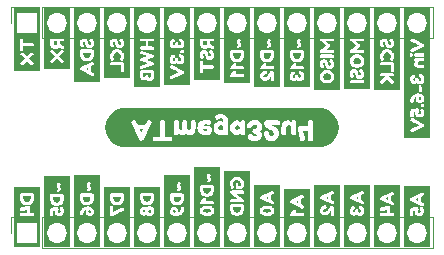
<source format=gbo>
%TF.GenerationSoftware,KiCad,Pcbnew,(6.0.0-0)*%
%TF.CreationDate,2023-05-28T12:50:48+10:00*%
%TF.ProjectId,atmega32u4-dev,61746d65-6761-4333-9275-342d6465762e,v1.0.0*%
%TF.SameCoordinates,Original*%
%TF.FileFunction,Legend,Bot*%
%TF.FilePolarity,Positive*%
%FSLAX46Y46*%
G04 Gerber Fmt 4.6, Leading zero omitted, Abs format (unit mm)*
G04 Created by KiCad (PCBNEW (6.0.0-0)) date 2023-05-28 12:50:48*
%MOMM*%
%LPD*%
G01*
G04 APERTURE LIST*
G04 Aperture macros list*
%AMRoundRect*
0 Rectangle with rounded corners*
0 $1 Rounding radius*
0 $2 $3 $4 $5 $6 $7 $8 $9 X,Y pos of 4 corners*
0 Add a 4 corners polygon primitive as box body*
4,1,4,$2,$3,$4,$5,$6,$7,$8,$9,$2,$3,0*
0 Add four circle primitives for the rounded corners*
1,1,$1+$1,$2,$3*
1,1,$1+$1,$4,$5*
1,1,$1+$1,$6,$7*
1,1,$1+$1,$8,$9*
0 Add four rect primitives between the rounded corners*
20,1,$1+$1,$2,$3,$4,$5,0*
20,1,$1+$1,$4,$5,$6,$7,0*
20,1,$1+$1,$6,$7,$8,$9,0*
20,1,$1+$1,$8,$9,$2,$3,0*%
G04 Aperture macros list end*
%ADD10C,0.120000*%
%ADD11RoundRect,0.250000X0.625000X-0.350000X0.625000X0.350000X-0.625000X0.350000X-0.625000X-0.350000X0*%
%ADD12O,1.750000X1.200000*%
%ADD13C,0.600000*%
%ADD14O,1.700000X0.900000*%
%ADD15O,2.000000X0.900000*%
%ADD16R,1.700000X1.700000*%
%ADD17O,1.700000X1.700000*%
G04 APERTURE END LIST*
D10*
%TO.C,J3*%
X97790000Y-95190000D02*
X96460000Y-95190000D01*
X96460000Y-95190000D02*
X96460000Y-96520000D01*
X99060000Y-95190000D02*
X132140000Y-95190000D01*
X132140000Y-95190000D02*
X132140000Y-97850000D01*
X99060000Y-97850000D02*
X132140000Y-97850000D01*
X99060000Y-95190000D02*
X99060000Y-97850000D01*
%TO.C,kibuzzard-63FC1DB5*%
G36*
X111603499Y-77414768D02*
G01*
X111603499Y-84059382D01*
X109376501Y-84059382D01*
X109376501Y-83359427D01*
X109897069Y-83359427D01*
X109924056Y-83453089D01*
X109972475Y-83523336D01*
X110025656Y-83546752D01*
X110101856Y-83522939D01*
X110990856Y-83084789D01*
X111047213Y-83031608D01*
X111068644Y-82957789D01*
X111068644Y-82941914D01*
X111047213Y-82866508D01*
X110990856Y-82813327D01*
X110101856Y-82375177D01*
X110025656Y-82351364D01*
X109972475Y-82374780D01*
X109924056Y-82445027D01*
X109897069Y-82525195D01*
X109903419Y-82567264D01*
X109925644Y-82594252D01*
X109967712Y-82620445D01*
X110012162Y-82641678D01*
X110099475Y-82681564D01*
X110211592Y-82732563D01*
X110330456Y-82787133D01*
X110449320Y-82841902D01*
X110561438Y-82893495D01*
X110646170Y-82932588D01*
X110682881Y-82949852D01*
X109987556Y-83267352D01*
X109939931Y-83289577D01*
X109897069Y-83359427D01*
X109376501Y-83359427D01*
X109376501Y-81841777D01*
X109889131Y-81841777D01*
X109901478Y-81962779D01*
X109938520Y-82065438D01*
X110000256Y-82149752D01*
X110077426Y-82212370D01*
X110160770Y-82249940D01*
X110250287Y-82262464D01*
X110334337Y-82248706D01*
X110401276Y-82207431D01*
X110451106Y-82138639D01*
X110462219Y-82138639D01*
X110496350Y-82185470D01*
X110547944Y-82235477D01*
X110619381Y-82274767D01*
X110700344Y-82287864D01*
X110806971Y-82273753D01*
X110900369Y-82231420D01*
X110980538Y-82160864D01*
X111041833Y-82068965D01*
X111078610Y-81962603D01*
X111090869Y-81841777D01*
X111078522Y-81721832D01*
X111041480Y-81615999D01*
X110979744Y-81524277D01*
X110930134Y-81479430D01*
X110867031Y-81440139D01*
X110825756Y-81422677D01*
X110809881Y-81419502D01*
X110724156Y-81402039D01*
X110655100Y-81440933D01*
X110632081Y-81557614D01*
X110647956Y-81641752D01*
X110730506Y-81689377D01*
X110806706Y-81776689D01*
X110816231Y-81843364D01*
X110807698Y-81916389D01*
X110782100Y-81967189D01*
X110705106Y-82006877D01*
X110629700Y-81967983D01*
X110597156Y-81875908D01*
X110593981Y-81803677D01*
X110578106Y-81762402D01*
X110537228Y-81730255D01*
X110455869Y-81719539D01*
X110367366Y-81734223D01*
X110324106Y-81778277D01*
X110316169Y-81860827D01*
X110300691Y-81951314D01*
X110254256Y-81981477D01*
X110190756Y-81949727D01*
X110160594Y-81861620D01*
X110179644Y-81771927D01*
X110217744Y-81730652D01*
X110236794Y-81721127D01*
X110296325Y-81676677D01*
X110316169Y-81616352D01*
X110287594Y-81529039D01*
X110237984Y-81469508D01*
X110181231Y-81449664D01*
X110073281Y-81486177D01*
X110023275Y-81521102D01*
X109960569Y-81586983D01*
X109911356Y-81691758D01*
X109894687Y-81762997D01*
X109889131Y-81841777D01*
X109376501Y-81841777D01*
X109376501Y-81163120D01*
X110774956Y-81163120D01*
X110783291Y-81244281D01*
X110808294Y-81295677D01*
X110919419Y-81322664D01*
X110925769Y-81322664D01*
X110982125Y-81320283D01*
X111025781Y-81303614D01*
X111060309Y-81261744D01*
X111071819Y-81183758D01*
X111064278Y-81103986D01*
X111041656Y-81056758D01*
X110927356Y-81025802D01*
X110921006Y-81025802D01*
X110865444Y-81028183D01*
X110822581Y-81043264D01*
X110786863Y-81085134D01*
X110774956Y-81163120D01*
X109376501Y-81163120D01*
X109376501Y-80500339D01*
X109889131Y-80500339D01*
X109901478Y-80621342D01*
X109938520Y-80724000D01*
X110000256Y-80808314D01*
X110077426Y-80870932D01*
X110160770Y-80908503D01*
X110250287Y-80921027D01*
X110334337Y-80907268D01*
X110401276Y-80865993D01*
X110451106Y-80797202D01*
X110462219Y-80797202D01*
X110496350Y-80844033D01*
X110547944Y-80894039D01*
X110619381Y-80933330D01*
X110700344Y-80946427D01*
X110806971Y-80932315D01*
X110900369Y-80889982D01*
X110980538Y-80819427D01*
X111041833Y-80727528D01*
X111078610Y-80621165D01*
X111090869Y-80500339D01*
X111078522Y-80380395D01*
X111041480Y-80274561D01*
X110979744Y-80182839D01*
X110930134Y-80137992D01*
X110867031Y-80098702D01*
X110825756Y-80081239D01*
X110809881Y-80078064D01*
X110724156Y-80060602D01*
X110655100Y-80099495D01*
X110632081Y-80216177D01*
X110647956Y-80300314D01*
X110730506Y-80347939D01*
X110806706Y-80435252D01*
X110816231Y-80501927D01*
X110807698Y-80574952D01*
X110782100Y-80625752D01*
X110705106Y-80665439D01*
X110629700Y-80626545D01*
X110597156Y-80534470D01*
X110593981Y-80462239D01*
X110578106Y-80420964D01*
X110537228Y-80388817D01*
X110455869Y-80378102D01*
X110367366Y-80392786D01*
X110324106Y-80436839D01*
X110316169Y-80519389D01*
X110300691Y-80609877D01*
X110254256Y-80640039D01*
X110190756Y-80608289D01*
X110160594Y-80520183D01*
X110179644Y-80430489D01*
X110217744Y-80389214D01*
X110236794Y-80379689D01*
X110296325Y-80335239D01*
X110316169Y-80274914D01*
X110287594Y-80187602D01*
X110237984Y-80128070D01*
X110181231Y-80108227D01*
X110073281Y-80144739D01*
X110023275Y-80179664D01*
X109960569Y-80245545D01*
X109911356Y-80350320D01*
X109894687Y-80421559D01*
X109889131Y-80500339D01*
X109376501Y-80500339D01*
X109376501Y-77414768D01*
X111603499Y-77414768D01*
G37*
%TO.C,kibuzzard-63FC2462*%
G36*
X114344053Y-87520462D02*
G01*
X114401203Y-87658575D01*
X114346435Y-87799069D01*
X114198797Y-87864553D01*
X114048778Y-87800259D01*
X113991628Y-87658575D01*
X114052350Y-87519272D01*
X114199988Y-87457359D01*
X114344053Y-87520462D01*
G37*
G36*
X113053416Y-87797878D02*
G01*
X113011744Y-87885984D01*
X112892681Y-87919322D01*
X112739091Y-87856219D01*
X112662891Y-87721678D01*
X112962928Y-87721678D01*
X113053416Y-87797878D01*
G37*
G36*
X115752563Y-87500222D02*
G01*
X115810903Y-87641906D01*
X115754944Y-87785972D01*
X115604925Y-87852647D01*
X115452525Y-87785972D01*
X115394185Y-87640716D01*
X115456097Y-87499031D01*
X115606116Y-87435928D01*
X115752563Y-87500222D01*
G37*
G36*
X105931178Y-89290692D02*
G01*
X105769189Y-89266663D01*
X105610336Y-89226872D01*
X105456148Y-89171703D01*
X105308109Y-89101686D01*
X105167647Y-89017496D01*
X105036113Y-88919943D01*
X104914774Y-88809968D01*
X104804798Y-88688629D01*
X104707246Y-88557095D01*
X104623056Y-88416633D01*
X104553039Y-88268594D01*
X104497870Y-88114406D01*
X104458079Y-87955553D01*
X104434050Y-87793564D01*
X104426015Y-87630000D01*
X104434050Y-87466436D01*
X104458079Y-87304447D01*
X104487775Y-87185897D01*
X106607372Y-87185897D01*
X106647853Y-87307341D01*
X107290791Y-88638459D01*
X107370563Y-88726566D01*
X107483672Y-88759903D01*
X107595591Y-88728947D01*
X107674172Y-88636078D01*
X107696064Y-88590834D01*
X108429028Y-88590834D01*
X108440935Y-88689656D01*
X108481416Y-88740853D01*
X108602860Y-88762284D01*
X109926835Y-88762284D01*
X110038753Y-88744425D01*
X110086378Y-88688466D01*
X110098285Y-88588453D01*
X110086378Y-88489631D01*
X110045897Y-88438434D01*
X109924453Y-88417003D01*
X109469635Y-88417003D01*
X109469635Y-88062197D01*
X110229253Y-88062197D01*
X110232825Y-88144350D01*
X110255447Y-88205072D01*
X110315574Y-88253292D01*
X110424516Y-88269366D01*
X110598347Y-88226503D01*
X110638828Y-88102678D01*
X110762058Y-88229480D01*
X110907910Y-88271747D01*
X111056076Y-88248728D01*
X111176726Y-88179672D01*
X111269860Y-88064578D01*
X111332963Y-88139588D01*
X111450835Y-88225313D01*
X111617522Y-88271747D01*
X111792544Y-88235135D01*
X111936610Y-88125300D01*
X112008047Y-88006370D01*
X112050910Y-87844842D01*
X112065197Y-87640716D01*
X112065197Y-87635953D01*
X112219978Y-87635953D01*
X112241542Y-87822617D01*
X112306232Y-87982557D01*
X112414050Y-88115775D01*
X112554147Y-88215655D01*
X112715675Y-88275583D01*
X112898635Y-88295559D01*
X113053118Y-88280974D01*
X113185575Y-88237219D01*
X113296006Y-88164293D01*
X113384410Y-88062197D01*
X113445131Y-87932716D01*
X113465372Y-87791925D01*
X113447215Y-87664528D01*
X113444310Y-87659766D01*
X113584435Y-87659766D01*
X113603749Y-87815076D01*
X113661693Y-87957157D01*
X113758266Y-88086009D01*
X113877857Y-88187874D01*
X114004857Y-88248993D01*
X114139266Y-88269366D01*
X114286903Y-88239600D01*
X114378581Y-88184831D01*
X114417872Y-88138397D01*
X114466688Y-88239600D01*
X114601228Y-88274128D01*
X114736960Y-88259841D01*
X114797681Y-88211025D01*
X114819113Y-88150303D01*
X114822685Y-88069341D01*
X114822685Y-87644288D01*
X114977466Y-87644288D01*
X114997177Y-87803302D01*
X115056312Y-87948558D01*
X115154869Y-88080056D01*
X115276974Y-88183905D01*
X115406752Y-88246215D01*
X115544203Y-88266984D01*
X115691841Y-88238409D01*
X115784710Y-88184831D01*
X115827572Y-88136016D01*
X115881746Y-88236028D01*
X116015691Y-88269366D01*
X116153803Y-88255078D01*
X116216906Y-88205072D01*
X116238338Y-88141969D01*
X116241910Y-88059816D01*
X116241910Y-87533559D01*
X116396691Y-87533559D01*
X116455031Y-87637144D01*
X116630053Y-87671672D01*
X116756260Y-87647859D01*
X116827697Y-87524034D01*
X116958666Y-87409734D01*
X117058678Y-87395447D01*
X117168216Y-87408246D01*
X117244416Y-87446644D01*
X117303947Y-87562134D01*
X117245606Y-87675244D01*
X117107494Y-87724059D01*
X116999147Y-87728822D01*
X116937235Y-87752634D01*
X116889014Y-87813952D01*
X116872941Y-87935991D01*
X116894967Y-88068745D01*
X116961047Y-88133634D01*
X117084872Y-88145541D01*
X117220603Y-88168758D01*
X117265847Y-88238409D01*
X117218222Y-88333659D01*
X117086063Y-88378903D01*
X116951522Y-88350328D01*
X116889610Y-88293178D01*
X116875322Y-88264603D01*
X116808647Y-88175306D01*
X116718160Y-88145541D01*
X116587191Y-88188403D01*
X116497894Y-88262817D01*
X116468128Y-88347947D01*
X116522897Y-88509872D01*
X116575285Y-88584881D01*
X116674106Y-88678941D01*
X116831269Y-88752759D01*
X116938128Y-88777763D01*
X117056297Y-88786097D01*
X117237801Y-88767576D01*
X117391789Y-88712014D01*
X117518260Y-88619409D01*
X117612187Y-88503654D01*
X117668543Y-88378639D01*
X117687328Y-88244363D01*
X117671152Y-88145541D01*
X117844491Y-88145541D01*
X117864202Y-88304952D01*
X117923337Y-88452986D01*
X118021894Y-88589644D01*
X118152334Y-88698784D01*
X118307115Y-88764269D01*
X118486238Y-88786097D01*
X118665493Y-88764004D01*
X118820671Y-88697726D01*
X118951772Y-88587263D01*
X119050991Y-88448489D01*
X119110522Y-88297279D01*
X119130366Y-88133634D01*
X119122321Y-88062197D01*
X119330391Y-88062197D01*
X119333963Y-88145541D01*
X119354203Y-88207453D01*
X119417306Y-88255673D01*
X119539941Y-88271747D01*
X119672100Y-88249125D01*
X119735203Y-88181259D01*
X119749491Y-88059816D01*
X119749491Y-87643097D01*
X119805450Y-87490697D01*
X119955469Y-87435928D01*
X120107869Y-87493078D01*
X120166210Y-87643097D01*
X120166210Y-88064578D01*
X120169781Y-88146731D01*
X120192403Y-88209834D01*
X120253721Y-88256269D01*
X120375760Y-88271747D01*
X120496608Y-88255673D01*
X120559116Y-88207453D01*
X120579356Y-88144350D01*
X120582928Y-88062197D01*
X120582928Y-87712153D01*
X120713897Y-87712153D01*
X120721041Y-87807403D01*
X120918685Y-88605122D01*
X120943688Y-88688466D01*
X120986550Y-88743234D01*
X121068703Y-88769428D01*
X121178241Y-88752759D01*
X121303256Y-88692038D01*
X121344928Y-88600359D01*
X121328260Y-88500347D01*
X121325878Y-88493203D01*
X121180622Y-87912178D01*
X121568766Y-87912178D01*
X121568766Y-88562259D01*
X121572338Y-88643222D01*
X121594960Y-88702753D01*
X121660444Y-88749188D01*
X121781888Y-88762284D01*
X121902141Y-88746806D01*
X121966435Y-88696800D01*
X121989056Y-88633697D01*
X121992628Y-88550353D01*
X121992628Y-87226378D01*
X121970006Y-87089456D01*
X121900950Y-87031116D01*
X121785460Y-87016828D01*
X121675922Y-87028734D01*
X121614010Y-87057309D01*
X121583053Y-87104934D01*
X121568766Y-87228759D01*
X121568766Y-87519272D01*
X120923447Y-87519272D01*
X120790692Y-87541894D01*
X120725803Y-87609759D01*
X120713897Y-87712153D01*
X120582928Y-87712153D01*
X120582928Y-87219234D01*
X120579356Y-87139462D01*
X120556735Y-87078741D01*
X120493036Y-87032306D01*
X120373378Y-87016828D01*
X120256102Y-87031116D01*
X120194785Y-87073978D01*
X120170972Y-87171609D01*
X120128110Y-87123984D01*
X120063816Y-87071597D01*
X119887603Y-87019209D01*
X119736394Y-87039450D01*
X119603441Y-87100172D01*
X119488744Y-87201375D01*
X119400770Y-87331682D01*
X119347986Y-87479717D01*
X119330391Y-87645478D01*
X119330391Y-88062197D01*
X119122321Y-88062197D01*
X119115483Y-88001475D01*
X119070835Y-87876459D01*
X119005350Y-87766922D01*
X118927960Y-87681197D01*
X118761272Y-87549633D01*
X118613635Y-87469266D01*
X118554103Y-87445453D01*
X118554103Y-87433547D01*
X118989872Y-87433547D01*
X119129175Y-87410925D01*
X119185135Y-87341869D01*
X119199422Y-87220425D01*
X119183944Y-87100172D01*
X119132747Y-87038259D01*
X118985110Y-87009684D01*
X118054041Y-87009684D01*
X117906403Y-87073978D01*
X117844491Y-87223997D01*
X117866815Y-87347524D01*
X117933788Y-87460931D01*
X118032312Y-87561539D01*
X118149291Y-87646669D01*
X118275497Y-87723464D01*
X118401703Y-87799069D01*
X118518682Y-87879138D01*
X118617206Y-87969328D01*
X118684179Y-88067555D01*
X118706503Y-88171734D01*
X118689835Y-88232456D01*
X118652925Y-88296750D01*
X118589822Y-88343184D01*
X118470760Y-88364616D01*
X118338600Y-88308656D01*
X118275497Y-88197928D01*
X118265972Y-88143159D01*
X118265972Y-88128872D01*
X118262400Y-88050291D01*
X118239778Y-87990759D01*
X118175485Y-87947897D01*
X118054041Y-87933609D01*
X117921286Y-87956231D01*
X117856397Y-88024097D01*
X117844491Y-88145541D01*
X117671152Y-88145541D01*
X117666691Y-88118289D01*
X117604778Y-88017879D01*
X117501591Y-87943134D01*
X117501591Y-87926466D01*
X117571838Y-87875269D01*
X117646847Y-87797878D01*
X117705783Y-87690722D01*
X117725428Y-87569278D01*
X117704262Y-87409337D01*
X117640762Y-87269241D01*
X117534928Y-87148987D01*
X117397080Y-87057045D01*
X117237537Y-87001879D01*
X117056297Y-86983491D01*
X116876380Y-87002011D01*
X116717630Y-87057574D01*
X116580047Y-87150178D01*
X116512777Y-87224592D01*
X116453841Y-87319247D01*
X116427647Y-87381159D01*
X116422885Y-87404972D01*
X116396691Y-87533559D01*
X116241910Y-87533559D01*
X116241910Y-87226378D01*
X116238338Y-87144225D01*
X116218097Y-87081122D01*
X116160649Y-87034687D01*
X116054981Y-87019209D01*
X115881150Y-87051356D01*
X115829953Y-87145416D01*
X115712379Y-87050761D01*
X115535869Y-87019209D01*
X115401857Y-87040111D01*
X115274461Y-87102818D01*
X115153678Y-87207328D01*
X115055782Y-87339487D01*
X114997045Y-87485141D01*
X114977466Y-87644288D01*
X114822685Y-87644288D01*
X114822685Y-87083503D01*
X114801518Y-86912715D01*
X114738018Y-86765474D01*
X114632185Y-86641781D01*
X114499893Y-86548516D01*
X114357018Y-86492556D01*
X114203560Y-86473903D01*
X114026752Y-86495930D01*
X113858278Y-86562009D01*
X113735049Y-86645948D01*
X113693972Y-86721553D01*
X113765410Y-86885859D01*
X113835656Y-86954916D01*
X113893997Y-86973966D01*
X113963053Y-86945391D01*
X114082116Y-86879311D01*
X114210703Y-86857284D01*
X114358341Y-86928722D01*
X114415491Y-87100172D01*
X114415491Y-87171609D01*
X114298214Y-87082312D01*
X114127360Y-87052547D01*
X113998375Y-87072787D01*
X113874947Y-87133509D01*
X113757075Y-87234712D01*
X113661164Y-87362903D01*
X113603617Y-87504587D01*
X113584435Y-87659766D01*
X113444310Y-87659766D01*
X113392744Y-87575231D01*
X113232010Y-87504984D01*
X112667653Y-87504984D01*
X112746235Y-87393066D01*
X112903397Y-87347822D01*
X113026627Y-87354966D01*
X113120091Y-87376397D01*
X113146285Y-87385922D01*
X113241535Y-87412116D01*
X113372503Y-87304959D01*
X113403460Y-87195422D01*
X113371759Y-87102702D01*
X113276658Y-87036473D01*
X113118156Y-86996736D01*
X112896253Y-86983491D01*
X112729863Y-86998671D01*
X112583119Y-87044212D01*
X112461378Y-87114757D01*
X112369997Y-87204947D01*
X112286653Y-87338561D01*
X112236647Y-87482230D01*
X112219978Y-87635953D01*
X112065197Y-87635953D01*
X112065197Y-87223997D01*
X112061625Y-87141844D01*
X112039003Y-87078741D01*
X111977686Y-87030520D01*
X111855647Y-87014447D01*
X111734799Y-87031116D01*
X111672291Y-87081122D01*
X111652050Y-87144225D01*
X111648478Y-87226378D01*
X111648478Y-87643097D01*
X111611569Y-87798473D01*
X111500841Y-87850266D01*
X111387731Y-87795497D01*
X111357966Y-87640716D01*
X111357966Y-87223997D01*
X111354394Y-87140653D01*
X111331772Y-87078741D01*
X111268669Y-87030520D01*
X111146035Y-87014447D01*
X111025186Y-87031116D01*
X110962678Y-87081122D01*
X110942438Y-87144225D01*
X110938866Y-87226378D01*
X110938866Y-87643097D01*
X110901956Y-87798473D01*
X110791228Y-87850266D01*
X110684072Y-87798473D01*
X110648353Y-87643097D01*
X110648353Y-87221616D01*
X110644781Y-87139462D01*
X110622160Y-87076359D01*
X110557866Y-87029925D01*
X110436422Y-87014447D01*
X110315574Y-87030520D01*
X110253066Y-87078741D01*
X110232825Y-87140653D01*
X110229253Y-87223997D01*
X110229253Y-88062197D01*
X109469635Y-88062197D01*
X109469635Y-87219234D01*
X109466063Y-87138272D01*
X109444631Y-87077550D01*
X109381528Y-87028734D01*
X109262466Y-87014447D01*
X109144594Y-87028734D01*
X109082681Y-87077550D01*
X109061250Y-87139462D01*
X109057678Y-87221616D01*
X109057678Y-88417003D01*
X108600478Y-88417003D01*
X108488560Y-88434863D01*
X108440935Y-88490822D01*
X108429028Y-88590834D01*
X107696064Y-88590834D01*
X108317110Y-87307341D01*
X108357591Y-87185897D01*
X108323063Y-87104339D01*
X108219478Y-87031116D01*
X108092081Y-86990634D01*
X108015881Y-87012066D01*
X107973019Y-87057309D01*
X107936110Y-87128747D01*
X107812285Y-87385922D01*
X107152678Y-87385922D01*
X107028853Y-87128747D01*
X106991944Y-87059691D01*
X106949081Y-87015637D01*
X106872881Y-86993016D01*
X106745485Y-87033497D01*
X106641900Y-87104934D01*
X106607372Y-87185897D01*
X104487775Y-87185897D01*
X104497870Y-87145594D01*
X104553039Y-86991406D01*
X104623056Y-86843367D01*
X104707246Y-86702905D01*
X104804798Y-86571371D01*
X104914774Y-86450032D01*
X105036113Y-86340057D01*
X105167647Y-86242504D01*
X105308109Y-86158314D01*
X105456148Y-86088297D01*
X105610336Y-86033128D01*
X105769189Y-85993337D01*
X105931178Y-85969308D01*
X106094742Y-85961273D01*
X122505259Y-85961273D01*
X122668822Y-85969308D01*
X122830811Y-85993337D01*
X122989664Y-86033128D01*
X123143853Y-86088297D01*
X123291891Y-86158314D01*
X123432353Y-86242504D01*
X123563888Y-86340057D01*
X123685227Y-86450032D01*
X123795202Y-86571371D01*
X123892754Y-86702905D01*
X123976944Y-86843368D01*
X124046961Y-86991406D01*
X124102130Y-87145594D01*
X124141921Y-87304448D01*
X124165950Y-87466436D01*
X124173985Y-87630000D01*
X124165950Y-87793564D01*
X124141921Y-87955552D01*
X124102130Y-88114406D01*
X124046961Y-88268594D01*
X123976944Y-88416632D01*
X123892754Y-88557095D01*
X123795202Y-88688629D01*
X123685227Y-88809968D01*
X123563888Y-88919943D01*
X123432353Y-89017496D01*
X123291891Y-89101686D01*
X123143853Y-89171703D01*
X122989664Y-89226872D01*
X122830811Y-89266663D01*
X122668822Y-89290692D01*
X122505259Y-89298727D01*
X106094742Y-89298727D01*
X105931178Y-89290692D01*
G37*
G36*
X107481291Y-88064578D02*
G01*
X107324128Y-87738347D01*
X107640835Y-87738347D01*
X107481291Y-88064578D01*
G37*
%TO.C,kibuzzard-63FC1FF3*%
G36*
X103131144Y-94600117D02*
G01*
X103166069Y-94615198D01*
X103202581Y-94716798D01*
X103175991Y-94808476D01*
X103096219Y-94839036D01*
X103027956Y-94811254D01*
X102996206Y-94722354D01*
X103025575Y-94628692D01*
X103085106Y-94596148D01*
X103131144Y-94600117D01*
G37*
G36*
X101764439Y-97762682D02*
G01*
X101764439Y-94950161D01*
X102278656Y-94950161D01*
X102293737Y-95038267D01*
X102338981Y-95075573D01*
X102415181Y-95085098D01*
X102488206Y-95077161D01*
X102529481Y-95058111D01*
X102550119Y-95026361D01*
X102559644Y-94934286D01*
X102581869Y-94808079D01*
X102635844Y-94712036D01*
X102697756Y-94655679D01*
X102753319Y-94626311D01*
X102775544Y-94618373D01*
X102748556Y-94735848D01*
X102760110Y-94835596D01*
X102794770Y-94925290D01*
X102852537Y-95004929D01*
X102924769Y-95067107D01*
X103002821Y-95104413D01*
X103086694Y-95116848D01*
X103187765Y-95104060D01*
X103277194Y-95065695D01*
X103354981Y-95001754D01*
X103414953Y-94919645D01*
X103450937Y-94826777D01*
X103462931Y-94723148D01*
X103448203Y-94596854D01*
X103404017Y-94493137D01*
X103330375Y-94411998D01*
X103233449Y-94353790D01*
X103119414Y-94318865D01*
X102988269Y-94307223D01*
X102870984Y-94314113D01*
X102761701Y-94334782D01*
X102660418Y-94369231D01*
X102567137Y-94417459D01*
X102481856Y-94479467D01*
X102408704Y-94553413D01*
X102351808Y-94637455D01*
X102311168Y-94731594D01*
X102286784Y-94835829D01*
X102278656Y-94950161D01*
X101764439Y-94950161D01*
X101764439Y-93354723D01*
X102277069Y-93354723D01*
X102278656Y-93648411D01*
X102289025Y-93760032D01*
X102320130Y-93864708D01*
X102371971Y-93962438D01*
X102444550Y-94053223D01*
X102532259Y-94129622D01*
X102629494Y-94184192D01*
X102736253Y-94216934D01*
X102852537Y-94227848D01*
X102969268Y-94217182D01*
X103077367Y-94185184D01*
X103176834Y-94131854D01*
X103267669Y-94057192D01*
X103343373Y-93967349D01*
X103397447Y-93868478D01*
X103429891Y-93760577D01*
X103440706Y-93643648D01*
X103440706Y-93353136D01*
X103430784Y-93274554D01*
X103401019Y-93232486D01*
X103299419Y-93213436D01*
X102416769Y-93213436D01*
X102361206Y-93215817D01*
X102319931Y-93230898D01*
X102287784Y-93272967D01*
X102277069Y-93354723D01*
X101764439Y-93354723D01*
X101764439Y-92870536D01*
X102842219Y-92870536D01*
X102870794Y-92951498D01*
X102919609Y-93007458D01*
X102964456Y-93026111D01*
X103014463Y-93010236D01*
X103050975Y-92988011D01*
X103088281Y-92957848D01*
X103135906Y-92905461D01*
X103173213Y-92828467D01*
X103189881Y-92722104D01*
X103165275Y-92617329D01*
X103115269Y-92539542D01*
X103089869Y-92490329D01*
X103096219Y-92459373D01*
X103115269Y-92438736D01*
X103172419Y-92391309D01*
X103191469Y-92347454D01*
X103144638Y-92249823D01*
X103067644Y-92194261D01*
X103004938Y-92217279D01*
X102941438Y-92264111D01*
X102896194Y-92316498D01*
X102855712Y-92399842D01*
X102842219Y-92497473D01*
X102857300Y-92585579D01*
X102889844Y-92646698D01*
X102939056Y-92724486D01*
X102921594Y-92776873D01*
X102915244Y-92781636D01*
X102842219Y-92870536D01*
X101764439Y-92870536D01*
X101764439Y-91681630D01*
X103975561Y-91681630D01*
X103975561Y-97762682D01*
X101764439Y-97762682D01*
G37*
G36*
X103159719Y-93648411D02*
G01*
X103138486Y-93757154D01*
X103074788Y-93854786D01*
X102978942Y-93923842D01*
X102861269Y-93946861D01*
X102743198Y-93924437D01*
X102646162Y-93857167D01*
X102581273Y-93759734D01*
X102559644Y-93646823D01*
X102559644Y-93494423D01*
X103159719Y-93494423D01*
X103159719Y-93648411D01*
G37*
%TO.C,kibuzzard-63FC1D99*%
G36*
X129381911Y-77414768D02*
G01*
X129381911Y-84427682D01*
X127158089Y-84427682D01*
X127158089Y-83746777D01*
X127670719Y-83746777D01*
X127725487Y-83851552D01*
X127820737Y-83915052D01*
X127916781Y-83867427D01*
X127974923Y-83815039D01*
X128042987Y-83749952D01*
X128120973Y-83672164D01*
X128208881Y-83581677D01*
X128269206Y-83518177D01*
X128378645Y-83630790D01*
X128473597Y-83725742D01*
X128554063Y-83803034D01*
X128620044Y-83862664D01*
X128719263Y-83915052D01*
X128814513Y-83851552D01*
X128869281Y-83747570D01*
X128802606Y-83649939D01*
X128404144Y-83300689D01*
X128713706Y-83300689D01*
X128769269Y-83298308D01*
X128810544Y-83283227D01*
X128842691Y-83241158D01*
X128853406Y-83159402D01*
X128838325Y-83071295D01*
X128793081Y-83029227D01*
X128712119Y-83019702D01*
X127829469Y-83019702D01*
X127774700Y-83022083D01*
X127732631Y-83037164D01*
X127700484Y-83079233D01*
X127689769Y-83160989D01*
X127704453Y-83249492D01*
X127748506Y-83292752D01*
X127831056Y-83300689D01*
X128134269Y-83300689D01*
X128040606Y-83383747D01*
X127953929Y-83460201D01*
X127874236Y-83530051D01*
X127801529Y-83593297D01*
X127735806Y-83649939D01*
X127670719Y-83746777D01*
X127158089Y-83746777D01*
X127158089Y-82229127D01*
X127689769Y-82229127D01*
X127704453Y-82317630D01*
X127748506Y-82360889D01*
X127831056Y-82368827D01*
X128618456Y-82368827D01*
X128618456Y-82800627D01*
X128630363Y-82876827D01*
X128667669Y-82908577D01*
X128735138Y-82916514D01*
X128802606Y-82908577D01*
X128837531Y-82881589D01*
X128853406Y-82799039D01*
X128853406Y-82227539D01*
X128838325Y-82139433D01*
X128793081Y-82097364D01*
X128712119Y-82087839D01*
X127829469Y-82087839D01*
X127774700Y-82090220D01*
X127732631Y-82105302D01*
X127700484Y-82147370D01*
X127689769Y-82229127D01*
X127158089Y-82229127D01*
X127158089Y-81592539D01*
X127678656Y-81592539D01*
X127684411Y-81667747D01*
X127701675Y-81744145D01*
X127748506Y-81860827D01*
X127770731Y-81898927D01*
X127799306Y-81943377D01*
X127874712Y-81984652D01*
X127962819Y-81951314D01*
X128027112Y-81892577D01*
X128048544Y-81840189D01*
X128013619Y-81759227D01*
X127973137Y-81681439D01*
X127959644Y-81581427D01*
X127977503Y-81479033D01*
X128031081Y-81378227D01*
X128129506Y-81298852D01*
X128197173Y-81275039D01*
X128273175Y-81267102D01*
X128349177Y-81275039D01*
X128416844Y-81298852D01*
X128516856Y-81379814D01*
X128569244Y-81478636D01*
X128586706Y-81581427D01*
X128574006Y-81674295D01*
X128548606Y-81737002D01*
X128527969Y-81765577D01*
X128496219Y-81841777D01*
X128518444Y-81892973D01*
X128585119Y-81948139D01*
X128674019Y-81983064D01*
X128729581Y-81961633D01*
X128769269Y-81911627D01*
X128802606Y-81856858D01*
X128843881Y-81749702D01*
X128862931Y-81670128D01*
X128869281Y-81593333D01*
X128864320Y-81517530D01*
X128849438Y-81440933D01*
X128822847Y-81362748D01*
X128782763Y-81282183D01*
X128730772Y-81204594D01*
X128668463Y-81135339D01*
X128591469Y-81076006D01*
X128495425Y-81028183D01*
X128385292Y-80996631D01*
X128266031Y-80986114D01*
X128147961Y-80996433D01*
X128041400Y-81027389D01*
X127949325Y-81074419D01*
X127874712Y-81132958D01*
X127814189Y-81201816D01*
X127764381Y-81279802D01*
X127716756Y-81383695D01*
X127688181Y-81487940D01*
X127678656Y-81592539D01*
X127158089Y-81592539D01*
X127158089Y-80468589D01*
X127670719Y-80468589D01*
X127676870Y-80559672D01*
X127695325Y-80642420D01*
X127745331Y-80751164D01*
X127775494Y-80790852D01*
X127853281Y-80840064D01*
X127940594Y-80801964D01*
X128000125Y-80747195D01*
X128019969Y-80690839D01*
X127988219Y-80608289D01*
X127972344Y-80590033D01*
X127951706Y-80565427D01*
X127931069Y-80480495D01*
X127955675Y-80394770D01*
X128023937Y-80360639D01*
X128094581Y-80401120D01*
X128131094Y-80501927D01*
X128143198Y-80565030D01*
X128160462Y-80633689D01*
X128182489Y-80702348D01*
X128208881Y-80765452D01*
X128247973Y-80820816D01*
X128308100Y-80866258D01*
X128386880Y-80896619D01*
X128481931Y-80906739D01*
X128578967Y-80896420D01*
X128663700Y-80865464D01*
X128733352Y-80817839D01*
X128785144Y-80757514D01*
X128831887Y-80669849D01*
X128859933Y-80578303D01*
X128869281Y-80482877D01*
X128864717Y-80410248D01*
X128851025Y-80341589D01*
X128805781Y-80233639D01*
X128755775Y-80162202D01*
X128707356Y-80116164D01*
X128689894Y-80101877D01*
X128598613Y-80060602D01*
X128551583Y-80077667D01*
X128491456Y-80128864D01*
X128453356Y-80213002D01*
X128473200Y-80266183D01*
X128532731Y-80336827D01*
X128584325Y-80400327D01*
X128608931Y-80476527D01*
X128595526Y-80558547D01*
X128555309Y-80607760D01*
X128488281Y-80624164D01*
X128427163Y-80583683D01*
X128391444Y-80482877D01*
X128376958Y-80420170D01*
X128355725Y-80352702D01*
X128328936Y-80285233D01*
X128297781Y-80222527D01*
X128254720Y-80167162D01*
X128192212Y-80121720D01*
X128112639Y-80091359D01*
X128018381Y-80081239D01*
X127929217Y-80092793D01*
X127847990Y-80127453D01*
X127774700Y-80185220D01*
X127716933Y-80262920D01*
X127682272Y-80357376D01*
X127670719Y-80468589D01*
X127158089Y-80468589D01*
X127158089Y-77414768D01*
X129381911Y-77414768D01*
G37*
%TO.C,kibuzzard-63FC11E2*%
G36*
X102970806Y-82776814D02*
G01*
X102753319Y-82670452D01*
X102970806Y-82565677D01*
X102970806Y-82776814D01*
G37*
G36*
X103170831Y-81444902D02*
G01*
X103149598Y-81553645D01*
X103085900Y-81651277D01*
X102990055Y-81720333D01*
X102872381Y-81743352D01*
X102754311Y-81720928D01*
X102657275Y-81653658D01*
X102592386Y-81556225D01*
X102570756Y-81443314D01*
X102570756Y-81290914D01*
X103170831Y-81290914D01*
X103170831Y-81444902D01*
G37*
G36*
X103981911Y-77414768D02*
G01*
X103981911Y-83767282D01*
X101758089Y-83767282D01*
X101758089Y-82672039D01*
X102289769Y-82672039D01*
X102310406Y-82746652D01*
X102372319Y-82799039D01*
X103258144Y-83227664D01*
X103339106Y-83254652D01*
X103393478Y-83231633D01*
X103442294Y-83162577D01*
X103469281Y-83077645D01*
X103454994Y-83026845D01*
X103424831Y-82998270D01*
X103377206Y-82973664D01*
X103205756Y-82891114D01*
X103205756Y-82451377D01*
X103377206Y-82368827D01*
X103423244Y-82344220D01*
X103452613Y-82315645D01*
X103467694Y-82264845D01*
X103440706Y-82179914D01*
X103393081Y-82110858D01*
X103339106Y-82087839D01*
X103258144Y-82114827D01*
X102370731Y-82543452D01*
X102311994Y-82596633D01*
X102289769Y-82672039D01*
X101758089Y-82672039D01*
X101758089Y-81151214D01*
X102288181Y-81151214D01*
X102289769Y-81444902D01*
X102300137Y-81556523D01*
X102331242Y-81661198D01*
X102383084Y-81758929D01*
X102455662Y-81849714D01*
X102543372Y-81926113D01*
X102640606Y-81980683D01*
X102747366Y-82013425D01*
X102863650Y-82024339D01*
X102980381Y-82013673D01*
X103088480Y-81981675D01*
X103187946Y-81928345D01*
X103278781Y-81853683D01*
X103354485Y-81763840D01*
X103408559Y-81664969D01*
X103441004Y-81557068D01*
X103451819Y-81440139D01*
X103451819Y-81149627D01*
X103441897Y-81071045D01*
X103412131Y-81028977D01*
X103310531Y-81009927D01*
X102427881Y-81009927D01*
X102372319Y-81012308D01*
X102331044Y-81027389D01*
X102298897Y-81069458D01*
X102288181Y-81151214D01*
X101758089Y-81151214D01*
X101758089Y-80468589D01*
X102270719Y-80468589D01*
X102276870Y-80559672D01*
X102295325Y-80642420D01*
X102345331Y-80751164D01*
X102375494Y-80790852D01*
X102453281Y-80840064D01*
X102540594Y-80801964D01*
X102600125Y-80747195D01*
X102619969Y-80690839D01*
X102588219Y-80608289D01*
X102572344Y-80590033D01*
X102551706Y-80565427D01*
X102531069Y-80480495D01*
X102555675Y-80394770D01*
X102623937Y-80360639D01*
X102694581Y-80401120D01*
X102731094Y-80501927D01*
X102743198Y-80565030D01*
X102760462Y-80633689D01*
X102782489Y-80702348D01*
X102808881Y-80765452D01*
X102847973Y-80820816D01*
X102908100Y-80866258D01*
X102986880Y-80896619D01*
X103081931Y-80906739D01*
X103178967Y-80896420D01*
X103263700Y-80865464D01*
X103333352Y-80817839D01*
X103385144Y-80757514D01*
X103431887Y-80669849D01*
X103459933Y-80578303D01*
X103469281Y-80482877D01*
X103464717Y-80410248D01*
X103451025Y-80341589D01*
X103405781Y-80233639D01*
X103355775Y-80162202D01*
X103307356Y-80116164D01*
X103289894Y-80101877D01*
X103198613Y-80060602D01*
X103151583Y-80077667D01*
X103091456Y-80128864D01*
X103053356Y-80213002D01*
X103073200Y-80266183D01*
X103132731Y-80336827D01*
X103184325Y-80400327D01*
X103208931Y-80476527D01*
X103195526Y-80558547D01*
X103155309Y-80607760D01*
X103088281Y-80624164D01*
X103027163Y-80583683D01*
X102991444Y-80482877D01*
X102976958Y-80420170D01*
X102955725Y-80352702D01*
X102928936Y-80285233D01*
X102897781Y-80222527D01*
X102854720Y-80167162D01*
X102792212Y-80121720D01*
X102712639Y-80091359D01*
X102618381Y-80081239D01*
X102529217Y-80092793D01*
X102447990Y-80127453D01*
X102374700Y-80185220D01*
X102316933Y-80262920D01*
X102282272Y-80357376D01*
X102270719Y-80468589D01*
X101758089Y-80468589D01*
X101758089Y-77414768D01*
X103981911Y-77414768D01*
G37*
%TO.C,kibuzzard-63FC1DA9*%
G36*
X109048418Y-77414768D02*
G01*
X109048418Y-84191144D01*
X106851582Y-84191144D01*
X106851582Y-83297514D01*
X107372150Y-83297514D01*
X107383439Y-83389589D01*
X107417306Y-83471080D01*
X107473750Y-83541989D01*
X107547128Y-83599315D01*
X107629678Y-83633711D01*
X107721400Y-83645176D01*
X107821809Y-83630095D01*
X107913487Y-83584851D01*
X107990569Y-83636886D01*
X108073649Y-83668107D01*
X108162725Y-83678514D01*
X108262826Y-83665020D01*
X108351461Y-83628772D01*
X108428631Y-83569770D01*
X108488163Y-83494364D01*
X108523881Y-83408903D01*
X108535788Y-83313389D01*
X108535788Y-82895876D01*
X108520706Y-82807770D01*
X108475463Y-82765701D01*
X108392913Y-82756176D01*
X107511850Y-82756176D01*
X107456287Y-82758558D01*
X107415012Y-82773639D01*
X107382866Y-82815708D01*
X107372150Y-82897464D01*
X107372150Y-83297514D01*
X106851582Y-83297514D01*
X106851582Y-82487889D01*
X107364212Y-82487889D01*
X107380087Y-82562501D01*
X107424537Y-82642273D01*
X107481687Y-82668864D01*
X107559475Y-82649814D01*
X108440538Y-82345014D01*
X108467525Y-82333901D01*
X108509594Y-82291833D01*
X108535788Y-82210870D01*
X108509594Y-82129908D01*
X108458000Y-82084664D01*
X107910312Y-81898926D01*
X108098146Y-81835363D01*
X108245085Y-81785642D01*
X108351130Y-81749765D01*
X108416281Y-81727730D01*
X108440538Y-81719539D01*
X108467525Y-81705251D01*
X108499275Y-81679851D01*
X108535788Y-81592539D01*
X108511975Y-81509195D01*
X108464350Y-81465539D01*
X108440538Y-81454426D01*
X107559475Y-81148039D01*
X107481687Y-81130576D01*
X107424934Y-81157167D01*
X107381675Y-81236939D01*
X107365800Y-81320283D01*
X107391200Y-81377433D01*
X107468987Y-81413151D01*
X107999213Y-81587776D01*
X107476925Y-81760814D01*
X107420569Y-81792167D01*
X107384850Y-81841776D01*
X107373737Y-81907658D01*
X107399931Y-81983064D01*
X107451525Y-82027514D01*
X108002388Y-82210076D01*
X107468987Y-82384701D01*
X107415012Y-82405339D01*
X107380881Y-82434708D01*
X107364212Y-82487889D01*
X106851582Y-82487889D01*
X106851582Y-80898801D01*
X107373737Y-80898801D01*
X107381675Y-80971826D01*
X107400725Y-81013101D01*
X107432475Y-81035326D01*
X107515025Y-81043264D01*
X108396088Y-81043264D01*
X108450856Y-81040883D01*
X108492925Y-81025801D01*
X108525072Y-80983733D01*
X108535788Y-80901976D01*
X108521103Y-80813870D01*
X108477050Y-80771801D01*
X108394500Y-80762276D01*
X108072238Y-80762276D01*
X108072238Y-80341589D01*
X108396088Y-80341589D01*
X108450856Y-80339208D01*
X108492925Y-80324126D01*
X108525072Y-80282058D01*
X108535788Y-80200301D01*
X108521103Y-80112195D01*
X108477050Y-80070126D01*
X108394500Y-80060601D01*
X107513437Y-80060601D01*
X107458669Y-80062983D01*
X107416600Y-80078064D01*
X107384453Y-80120133D01*
X107373737Y-80201889D01*
X107388422Y-80290392D01*
X107432475Y-80333651D01*
X107515025Y-80341589D01*
X107838875Y-80341589D01*
X107838875Y-80762276D01*
X107513437Y-80762276D01*
X107458669Y-80764658D01*
X107416600Y-80779739D01*
X107383262Y-80822601D01*
X107373737Y-80898801D01*
X106851582Y-80898801D01*
X106851582Y-77414768D01*
X109048418Y-77414768D01*
G37*
G36*
X108254800Y-83297514D02*
G01*
X108227813Y-83372523D01*
X108146850Y-83397526D01*
X108086525Y-83388795D01*
X108054775Y-83359426D01*
X108042075Y-83270526D01*
X108019850Y-83184801D01*
X107928569Y-83156226D01*
X107837287Y-83185595D01*
X107815062Y-83283226D01*
X107781725Y-83359426D01*
X107724575Y-83364189D01*
X107669012Y-83337995D01*
X107653137Y-83259414D01*
X107653137Y-83037164D01*
X108254800Y-83037164D01*
X108254800Y-83297514D01*
G37*
%TO.C,kibuzzard-63FC11F1*%
G36*
X126843499Y-77414768D02*
G01*
X126843499Y-84391170D01*
X124616501Y-84391170D01*
X124616501Y-83738839D01*
X125148181Y-83738839D01*
X125162866Y-83827342D01*
X125206919Y-83870602D01*
X125289469Y-83878539D01*
X126172119Y-83878539D01*
X126227681Y-83876158D01*
X126268956Y-83861077D01*
X126301103Y-83819008D01*
X126311819Y-83737252D01*
X126296738Y-83649146D01*
X126251494Y-83607077D01*
X126170531Y-83597552D01*
X125287881Y-83597552D01*
X125233112Y-83599933D01*
X125191044Y-83615014D01*
X125158897Y-83657083D01*
X125148181Y-83738839D01*
X124616501Y-83738839D01*
X124616501Y-83056214D01*
X125129131Y-83056214D01*
X125135283Y-83147297D01*
X125153737Y-83230046D01*
X125203744Y-83338789D01*
X125233906Y-83378477D01*
X125311694Y-83427689D01*
X125399006Y-83389589D01*
X125458537Y-83334821D01*
X125478381Y-83278464D01*
X125446631Y-83195914D01*
X125430756Y-83177658D01*
X125410119Y-83153052D01*
X125389481Y-83068121D01*
X125414087Y-82982396D01*
X125482350Y-82948264D01*
X125552994Y-82988746D01*
X125589506Y-83089552D01*
X125601611Y-83152655D01*
X125618875Y-83221314D01*
X125640902Y-83289974D01*
X125667294Y-83353077D01*
X125706386Y-83408441D01*
X125766513Y-83453883D01*
X125845292Y-83484244D01*
X125940344Y-83494364D01*
X126037380Y-83484046D01*
X126122113Y-83453089D01*
X126191764Y-83405464D01*
X126243556Y-83345139D01*
X126290299Y-83257474D01*
X126318345Y-83165928D01*
X126327694Y-83070502D01*
X126323130Y-82997874D01*
X126309438Y-82929214D01*
X126264194Y-82821264D01*
X126214188Y-82749827D01*
X126165769Y-82703789D01*
X126148306Y-82689502D01*
X126057025Y-82648227D01*
X126009995Y-82665292D01*
X125949869Y-82716489D01*
X125911769Y-82800627D01*
X125931613Y-82853808D01*
X125991144Y-82924452D01*
X126042738Y-82987952D01*
X126067344Y-83064152D01*
X126053938Y-83146173D01*
X126013722Y-83195385D01*
X125946694Y-83211789D01*
X125885575Y-83171308D01*
X125849856Y-83070502D01*
X125835370Y-83007796D01*
X125814138Y-82940327D01*
X125787348Y-82872858D01*
X125756194Y-82810152D01*
X125713133Y-82754788D01*
X125650625Y-82709346D01*
X125571052Y-82678985D01*
X125476794Y-82668864D01*
X125387629Y-82680418D01*
X125306402Y-82715078D01*
X125233112Y-82772846D01*
X125175345Y-82850545D01*
X125140685Y-82945001D01*
X125129131Y-83056214D01*
X124616501Y-83056214D01*
X124616501Y-81987827D01*
X125133894Y-81987827D01*
X125144510Y-82101432D01*
X125176359Y-82207299D01*
X125229441Y-82305426D01*
X125303756Y-82395814D01*
X125393797Y-82471518D01*
X125494058Y-82525592D01*
X125604538Y-82558037D01*
X125725237Y-82568852D01*
X125846384Y-82558533D01*
X125958203Y-82527577D01*
X126060696Y-82475983D01*
X126153863Y-82403752D01*
X126231303Y-82316439D01*
X126286617Y-82219602D01*
X126319806Y-82113239D01*
X126330869Y-81997352D01*
X126319955Y-81881216D01*
X126287213Y-81774110D01*
X126232642Y-81676032D01*
X126156244Y-81586983D01*
X126064764Y-81513015D01*
X125964950Y-81460182D01*
X125856802Y-81428481D01*
X125740319Y-81417914D01*
X125612723Y-81429821D01*
X125493462Y-81465539D01*
X125387695Y-81521102D01*
X125300581Y-81592539D01*
X125231128Y-81677867D01*
X125178344Y-81775102D01*
X125145006Y-81879877D01*
X125133894Y-81987827D01*
X124616501Y-81987827D01*
X124616501Y-81174233D01*
X125149769Y-81174233D01*
X125160484Y-81255394D01*
X125192631Y-81297264D01*
X125235494Y-81312346D01*
X125291056Y-81314727D01*
X126172119Y-81314727D01*
X126259034Y-81299646D01*
X126300706Y-81254402D01*
X126310231Y-81178202D01*
X126302294Y-81105177D01*
X126283244Y-81063902D01*
X126251494Y-81041677D01*
X126168944Y-81033739D01*
X125637131Y-81033739D01*
X125700830Y-80984924D01*
X125793500Y-80917852D01*
X125880614Y-80855542D01*
X125927644Y-80821014D01*
X125964950Y-80792439D01*
X125993525Y-80753546D01*
X126011781Y-80686871D01*
X125995113Y-80621783D01*
X125962569Y-80579714D01*
X125945106Y-80567014D01*
X125882995Y-80519786D01*
X125776038Y-80441602D01*
X125676620Y-80369371D01*
X125637131Y-80340002D01*
X126172119Y-80340002D01*
X126226888Y-80337621D01*
X126267369Y-80322539D01*
X126299516Y-80279677D01*
X126310231Y-80198714D01*
X126299516Y-80120133D01*
X126267369Y-80078064D01*
X126226094Y-80062983D01*
X126168944Y-80060602D01*
X125287881Y-80060602D01*
X125233112Y-80062983D01*
X125191044Y-80078064D01*
X125160087Y-80120927D01*
X125149769Y-80201889D01*
X125160087Y-80275708D01*
X125181519Y-80316189D01*
X125191044Y-80325714D01*
X125664119Y-80686077D01*
X125530959Y-80786851D01*
X125417231Y-80873275D01*
X125322933Y-80945347D01*
X125248067Y-81003069D01*
X125192631Y-81046439D01*
X125160484Y-81091882D01*
X125149769Y-81174233D01*
X124616501Y-81174233D01*
X124616501Y-77414768D01*
X126843499Y-77414768D01*
G37*
G36*
X125820664Y-81709044D02*
G01*
X125897128Y-81739471D01*
X125961775Y-81790183D01*
X126027855Y-81886822D01*
X126049881Y-81994177D01*
X126028450Y-82101333D01*
X125964156Y-82197377D01*
X125900480Y-82247648D01*
X125823751Y-82277810D01*
X125733969Y-82287864D01*
X125644010Y-82277722D01*
X125566752Y-82247295D01*
X125502194Y-82196583D01*
X125436709Y-82099944D01*
X125414881Y-81992589D01*
X125436908Y-81885433D01*
X125502987Y-81789389D01*
X125567634Y-81739118D01*
X125644099Y-81708956D01*
X125732381Y-81698902D01*
X125820664Y-81709044D01*
G37*
%TO.C,kibuzzard-63FC1FFB*%
G36*
X100619719Y-93696036D02*
G01*
X100598486Y-93804780D01*
X100534788Y-93902411D01*
X100438942Y-93971467D01*
X100321269Y-93994486D01*
X100203198Y-93972063D01*
X100106162Y-93904792D01*
X100041273Y-93807360D01*
X100019644Y-93694449D01*
X100019644Y-93542049D01*
X100619719Y-93542049D01*
X100619719Y-93696036D01*
G37*
G36*
X99222851Y-97762682D02*
G01*
X99222851Y-94562811D01*
X99735481Y-94562811D01*
X99737069Y-94804111D01*
X99737069Y-94953336D01*
X99739450Y-95008899D01*
X99754531Y-95050174D01*
X99797394Y-95082321D01*
X99881531Y-95093036D01*
X99958128Y-95083114D01*
X99997419Y-95053349D01*
X100012500Y-95014455D01*
X100014881Y-94962861D01*
X100014881Y-94685049D01*
X100135531Y-94669174D01*
X100132356Y-94724736D01*
X100144968Y-94821926D01*
X100182803Y-94912414D01*
X100245862Y-94996199D01*
X100327178Y-95063226D01*
X100419782Y-95103443D01*
X100523675Y-95116849D01*
X100628097Y-95104149D01*
X100722289Y-95066049D01*
X100806250Y-95002549D01*
X100871955Y-94920175D01*
X100911378Y-94825454D01*
X100924519Y-94718386D01*
X100916228Y-94623136D01*
X100891358Y-94534236D01*
X100849906Y-94451686D01*
X100819744Y-94411999D01*
X100808631Y-94399299D01*
X100713381Y-94338974D01*
X100610194Y-94397711D01*
X100557806Y-94489786D01*
X100608606Y-94596149D01*
X100641944Y-94695367D01*
X100611781Y-94800142D01*
X100528438Y-94834274D01*
X100444300Y-94796967D01*
X100413344Y-94712036D01*
X100441919Y-94635836D01*
X100478431Y-94549317D01*
X100448269Y-94449305D01*
X100399850Y-94375486D01*
X100360956Y-94358024D01*
X100286741Y-94365961D01*
X100105369Y-94389774D01*
X99926775Y-94413983D01*
X99860894Y-94423111D01*
X99827556Y-94434224D01*
X99784694Y-94457242D01*
X99750562Y-94498517D01*
X99735481Y-94562811D01*
X99222851Y-94562811D01*
X99222851Y-93402349D01*
X99737069Y-93402349D01*
X99738656Y-93696036D01*
X99749025Y-93807657D01*
X99780130Y-93912333D01*
X99831971Y-94010064D01*
X99904550Y-94100849D01*
X99992259Y-94177247D01*
X100089494Y-94231817D01*
X100196253Y-94264560D01*
X100312537Y-94275474D01*
X100429268Y-94264808D01*
X100537367Y-94232810D01*
X100636834Y-94179480D01*
X100727669Y-94104817D01*
X100803373Y-94014975D01*
X100857447Y-93916103D01*
X100889891Y-93808203D01*
X100900706Y-93691274D01*
X100900706Y-93400761D01*
X100890784Y-93322180D01*
X100861019Y-93280111D01*
X100759419Y-93261061D01*
X99876769Y-93261061D01*
X99821206Y-93263442D01*
X99779931Y-93278524D01*
X99747784Y-93320592D01*
X99737069Y-93402349D01*
X99222851Y-93402349D01*
X99222851Y-92918161D01*
X100302219Y-92918161D01*
X100330794Y-92999124D01*
X100379609Y-93055083D01*
X100424456Y-93073736D01*
X100474463Y-93057861D01*
X100510975Y-93035636D01*
X100548281Y-93005474D01*
X100595906Y-92953086D01*
X100633213Y-92876092D01*
X100649881Y-92769730D01*
X100625275Y-92664955D01*
X100575269Y-92587167D01*
X100549869Y-92537955D01*
X100556219Y-92506999D01*
X100575269Y-92486361D01*
X100632419Y-92438935D01*
X100651469Y-92395080D01*
X100604638Y-92297449D01*
X100527644Y-92241886D01*
X100464938Y-92264905D01*
X100401438Y-92311736D01*
X100356194Y-92364124D01*
X100315712Y-92447467D01*
X100302219Y-92545099D01*
X100317300Y-92633205D01*
X100349844Y-92694324D01*
X100399056Y-92772111D01*
X100381594Y-92824499D01*
X100375244Y-92829261D01*
X100302219Y-92918161D01*
X99222851Y-92918161D01*
X99222851Y-91729256D01*
X101437149Y-91729256D01*
X101437149Y-97762682D01*
X99222851Y-97762682D01*
G37*
%TO.C,J4*%
X96460000Y-77410000D02*
X96460000Y-78740000D01*
X97790000Y-77410000D02*
X96460000Y-77410000D01*
X99060000Y-77410000D02*
X99060000Y-80070000D01*
X99060000Y-80070000D02*
X132140000Y-80070000D01*
X132140000Y-77410000D02*
X132140000Y-80070000D01*
X99060000Y-77410000D02*
X132140000Y-77410000D01*
%TO.C,kibuzzard-63FC1DF3*%
G36*
X131101306Y-85033445D02*
G01*
X131136231Y-85048526D01*
X131172744Y-85150126D01*
X131146153Y-85241804D01*
X131066381Y-85272364D01*
X130998119Y-85244582D01*
X130966369Y-85155682D01*
X130995738Y-85062020D01*
X131055269Y-85029476D01*
X131101306Y-85033445D01*
G37*
G36*
X131947311Y-77414768D02*
G01*
X131947311Y-88539306D01*
X129672689Y-88539306D01*
X129672689Y-87839351D01*
X130239294Y-87839351D01*
X130266281Y-87933014D01*
X130314700Y-88003260D01*
X130367881Y-88026676D01*
X130444081Y-88002864D01*
X131333081Y-87564714D01*
X131389438Y-87511532D01*
X131410869Y-87437714D01*
X131410869Y-87421839D01*
X131389438Y-87346432D01*
X131333081Y-87293251D01*
X130444081Y-86855101D01*
X130367881Y-86831289D01*
X130314700Y-86854704D01*
X130266281Y-86924951D01*
X130239294Y-87005120D01*
X130245644Y-87047189D01*
X130267869Y-87074176D01*
X130309938Y-87100370D01*
X130354387Y-87121603D01*
X130441700Y-87161489D01*
X130553817Y-87212487D01*
X130672681Y-87267057D01*
X130791545Y-87321826D01*
X130903663Y-87373420D01*
X130988395Y-87412512D01*
X131025106Y-87429776D01*
X130329781Y-87747276D01*
X130282156Y-87769501D01*
X130239294Y-87839351D01*
X129672689Y-87839351D01*
X129672689Y-86213751D01*
X130245644Y-86213751D01*
X130247231Y-86455051D01*
X130247231Y-86604276D01*
X130249612Y-86659839D01*
X130264694Y-86701114D01*
X130307556Y-86733260D01*
X130391694Y-86743976D01*
X130468291Y-86734054D01*
X130507581Y-86704289D01*
X130522662Y-86665395D01*
X130525044Y-86613801D01*
X130525044Y-86335989D01*
X130645694Y-86320114D01*
X130642519Y-86375676D01*
X130655131Y-86472866D01*
X130692966Y-86563354D01*
X130756025Y-86647139D01*
X130837340Y-86714166D01*
X130929944Y-86754383D01*
X131033838Y-86767789D01*
X131138260Y-86755089D01*
X131232451Y-86716989D01*
X131316413Y-86653489D01*
X131382117Y-86571115D01*
X131421540Y-86476394D01*
X131434681Y-86369326D01*
X131426391Y-86274076D01*
X131401520Y-86185176D01*
X131360069Y-86102626D01*
X131329906Y-86062939D01*
X131318794Y-86050239D01*
X131223544Y-85989914D01*
X131120356Y-86048651D01*
X131067969Y-86140726D01*
X131118769Y-86247089D01*
X131152106Y-86346307D01*
X131121944Y-86451082D01*
X131038600Y-86485214D01*
X130954463Y-86447907D01*
X130923506Y-86362976D01*
X130952081Y-86286776D01*
X130988594Y-86200257D01*
X130958431Y-86100245D01*
X130910013Y-86026426D01*
X130871119Y-86008964D01*
X130796903Y-86016901D01*
X130615531Y-86040714D01*
X130436937Y-86064923D01*
X130371056Y-86074051D01*
X130337719Y-86085164D01*
X130294856Y-86108182D01*
X130260725Y-86149457D01*
X130245644Y-86213751D01*
X129672689Y-86213751D01*
X129672689Y-85766870D01*
X131117181Y-85766870D01*
X131125516Y-85848031D01*
X131150519Y-85899426D01*
X131261644Y-85926414D01*
X131267994Y-85926414D01*
X131324350Y-85924032D01*
X131368006Y-85907364D01*
X131402534Y-85865493D01*
X131414044Y-85787507D01*
X131406503Y-85707735D01*
X131383881Y-85660507D01*
X131269581Y-85629551D01*
X131263231Y-85629551D01*
X131207669Y-85631932D01*
X131164806Y-85647014D01*
X131129088Y-85688884D01*
X131117181Y-85766870D01*
X129672689Y-85766870D01*
X129672689Y-85383489D01*
X130248819Y-85383489D01*
X130263900Y-85471595D01*
X130309144Y-85508901D01*
X130385344Y-85518426D01*
X130458369Y-85510489D01*
X130499644Y-85491439D01*
X130520281Y-85459689D01*
X130529806Y-85367614D01*
X130552031Y-85241407D01*
X130606006Y-85145364D01*
X130667919Y-85089007D01*
X130723481Y-85059639D01*
X130745706Y-85051701D01*
X130718719Y-85169176D01*
X130730272Y-85268924D01*
X130764933Y-85358618D01*
X130822700Y-85438257D01*
X130894931Y-85500434D01*
X130972983Y-85537741D01*
X131056856Y-85550176D01*
X131157927Y-85537388D01*
X131247356Y-85499023D01*
X131325144Y-85435082D01*
X131385116Y-85352973D01*
X131421099Y-85260105D01*
X131433094Y-85156476D01*
X131418365Y-85030182D01*
X131374180Y-84926465D01*
X131300538Y-84845326D01*
X131203612Y-84787118D01*
X131089576Y-84752193D01*
X130958431Y-84740551D01*
X130841147Y-84747441D01*
X130731863Y-84768110D01*
X130630581Y-84802559D01*
X130537299Y-84850787D01*
X130452019Y-84912795D01*
X130378867Y-84986741D01*
X130321971Y-85070783D01*
X130281331Y-85164922D01*
X130256947Y-85269157D01*
X130248819Y-85383489D01*
X129672689Y-85383489D01*
X129672689Y-84546876D01*
X130940969Y-84546876D01*
X130954066Y-84617520D01*
X130993356Y-84651651D01*
X131066381Y-84661176D01*
X131138613Y-84652445D01*
X131177506Y-84624664D01*
X131191794Y-84545289D01*
X131191794Y-84167464D01*
X131178300Y-84096423D01*
X131137819Y-84061101D01*
X131064794Y-84053164D01*
X130993356Y-84062689D01*
X130955256Y-84092851D01*
X130940969Y-84169051D01*
X130940969Y-84546876D01*
X129672689Y-84546876D01*
X129672689Y-83527701D01*
X130231356Y-83527701D01*
X130243703Y-83648704D01*
X130280745Y-83751362D01*
X130342481Y-83835676D01*
X130419651Y-83898294D01*
X130502995Y-83935865D01*
X130592512Y-83948389D01*
X130676562Y-83934630D01*
X130743501Y-83893355D01*
X130793331Y-83824564D01*
X130804444Y-83824564D01*
X130838575Y-83871395D01*
X130890169Y-83921401D01*
X130961606Y-83960692D01*
X131042569Y-83973789D01*
X131149196Y-83959677D01*
X131242594Y-83917344D01*
X131322763Y-83846789D01*
X131384058Y-83754890D01*
X131420835Y-83648527D01*
X131433094Y-83527701D01*
X131420747Y-83407757D01*
X131383705Y-83301923D01*
X131321969Y-83210201D01*
X131272359Y-83165354D01*
X131209256Y-83126064D01*
X131167981Y-83108601D01*
X131152106Y-83105426D01*
X131066381Y-83087964D01*
X130997325Y-83126857D01*
X130974306Y-83243539D01*
X130990181Y-83327676D01*
X131072731Y-83375301D01*
X131148931Y-83462614D01*
X131158456Y-83529289D01*
X131149923Y-83602314D01*
X131124325Y-83653114D01*
X131047331Y-83692801D01*
X130971925Y-83653907D01*
X130939381Y-83561832D01*
X130936206Y-83489601D01*
X130920331Y-83448326D01*
X130879453Y-83416179D01*
X130798094Y-83405464D01*
X130709591Y-83420148D01*
X130666331Y-83464201D01*
X130658394Y-83546751D01*
X130642916Y-83637239D01*
X130596481Y-83667401D01*
X130532981Y-83635651D01*
X130502819Y-83547545D01*
X130521869Y-83457851D01*
X130559969Y-83416576D01*
X130579019Y-83407051D01*
X130638550Y-83362601D01*
X130658394Y-83302276D01*
X130629819Y-83214964D01*
X130580209Y-83155432D01*
X130523456Y-83135589D01*
X130415506Y-83172101D01*
X130365500Y-83207026D01*
X130302794Y-83272907D01*
X130253581Y-83377682D01*
X130236912Y-83448921D01*
X130231356Y-83527701D01*
X129672689Y-83527701D01*
X129672689Y-82213251D01*
X130575844Y-82213251D01*
X130589337Y-82313175D01*
X130629819Y-82401282D01*
X130697287Y-82477570D01*
X130784159Y-82536219D01*
X130882849Y-82571409D01*
X130993356Y-82583139D01*
X131272756Y-82583139D01*
X131327525Y-82580757D01*
X131368006Y-82567264D01*
X131400153Y-82525195D01*
X131410869Y-82443439D01*
X131396184Y-82354539D01*
X131352131Y-82313264D01*
X131271169Y-82303739D01*
X130991769Y-82303739D01*
X130890169Y-82266432D01*
X130853656Y-82166420D01*
X130891756Y-82064820D01*
X130991769Y-82025926D01*
X131272756Y-82025926D01*
X131327525Y-82023545D01*
X131368006Y-82008464D01*
X131400153Y-81967585D01*
X131410869Y-81886226D01*
X131400153Y-81805660D01*
X131368006Y-81763989D01*
X131325938Y-81750495D01*
X131271169Y-81748114D01*
X130709194Y-81748114D01*
X130656012Y-81750495D01*
X130615531Y-81765576D01*
X130585766Y-81807248D01*
X130575844Y-81887814D01*
X130584972Y-81965998D01*
X130612356Y-82006876D01*
X130677444Y-82022751D01*
X130645694Y-82051326D01*
X130612356Y-82094189D01*
X130575844Y-82213251D01*
X129672689Y-82213251D01*
X129672689Y-81483001D01*
X130185319Y-81483001D01*
X130196034Y-81563170D01*
X130228181Y-81603651D01*
X130270250Y-81618732D01*
X130325019Y-81621114D01*
X130379787Y-81618732D01*
X130421062Y-81604445D01*
X130453606Y-81562376D01*
X130463037Y-81483001D01*
X130577431Y-81483001D01*
X130604419Y-81590951D01*
X130672681Y-81619526D01*
X130718719Y-81621114D01*
X131274344Y-81621114D01*
X131329113Y-81618732D01*
X131371181Y-81603651D01*
X131402138Y-81562773D01*
X131412456Y-81481414D01*
X131401741Y-81400848D01*
X131369594Y-81359176D01*
X131328319Y-81345682D01*
X131272756Y-81343301D01*
X130715544Y-81343301D01*
X130660775Y-81345682D01*
X130618706Y-81359176D01*
X130587750Y-81401245D01*
X130577431Y-81483001D01*
X130463037Y-81483001D01*
X130463131Y-81482207D01*
X130453606Y-81402039D01*
X130420269Y-81359970D01*
X130378200Y-81345682D01*
X130323431Y-81343301D01*
X130268662Y-81345682D01*
X130228181Y-81359176D01*
X130196034Y-81401245D01*
X130185319Y-81483001D01*
X129672689Y-81483001D01*
X129672689Y-81068664D01*
X130239294Y-81068664D01*
X130266281Y-81162326D01*
X130314700Y-81232573D01*
X130367881Y-81255989D01*
X130444081Y-81232176D01*
X131333081Y-80794026D01*
X131389438Y-80740845D01*
X131410869Y-80667026D01*
X131410869Y-80651151D01*
X131389438Y-80575745D01*
X131333081Y-80522564D01*
X130444081Y-80084414D01*
X130367881Y-80060601D01*
X130314700Y-80084017D01*
X130266281Y-80154264D01*
X130239294Y-80234432D01*
X130245644Y-80276501D01*
X130267869Y-80303489D01*
X130309938Y-80329682D01*
X130354387Y-80350915D01*
X130441700Y-80390801D01*
X130553817Y-80441799D01*
X130672681Y-80496370D01*
X130791545Y-80551139D01*
X130903663Y-80602732D01*
X130988395Y-80641824D01*
X131025106Y-80659089D01*
X130329781Y-80976589D01*
X130282156Y-80998814D01*
X130239294Y-81068664D01*
X129672689Y-81068664D01*
X129672689Y-77414768D01*
X131947311Y-77414768D01*
G37*
%TO.C,kibuzzard-63FC1F7A*%
G36*
X131917149Y-92611906D02*
G01*
X131917149Y-97762682D01*
X129702851Y-97762682D01*
X129702851Y-94562811D01*
X130215481Y-94562811D01*
X130217069Y-94804111D01*
X130217069Y-94953336D01*
X130219450Y-95008899D01*
X130234531Y-95050174D01*
X130277394Y-95082321D01*
X130361531Y-95093036D01*
X130438128Y-95083114D01*
X130477419Y-95053349D01*
X130492500Y-95014455D01*
X130494881Y-94962861D01*
X130494881Y-94685049D01*
X130615531Y-94669174D01*
X130612356Y-94724736D01*
X130624968Y-94821926D01*
X130662803Y-94912414D01*
X130725862Y-94996199D01*
X130807178Y-95063226D01*
X130899782Y-95103443D01*
X131003675Y-95116849D01*
X131108097Y-95104149D01*
X131202289Y-95066049D01*
X131286250Y-95002549D01*
X131351955Y-94920175D01*
X131391378Y-94825454D01*
X131404519Y-94718386D01*
X131396228Y-94623136D01*
X131371358Y-94534236D01*
X131329906Y-94451686D01*
X131299744Y-94411999D01*
X131288631Y-94399299D01*
X131193381Y-94338974D01*
X131090194Y-94397711D01*
X131037806Y-94489786D01*
X131088606Y-94596149D01*
X131121944Y-94695367D01*
X131091781Y-94800142D01*
X131008438Y-94834274D01*
X130924300Y-94796967D01*
X130893344Y-94712036D01*
X130921919Y-94635836D01*
X130958431Y-94549317D01*
X130928269Y-94449305D01*
X130879850Y-94375486D01*
X130840956Y-94358024D01*
X130766741Y-94365961D01*
X130585369Y-94389774D01*
X130406775Y-94413983D01*
X130340894Y-94423111D01*
X130307556Y-94434224D01*
X130264694Y-94457242D01*
X130230562Y-94498517D01*
X130215481Y-94562811D01*
X129702851Y-94562811D01*
X129702851Y-93708736D01*
X130218656Y-93708736D01*
X130239294Y-93783349D01*
X130301206Y-93835736D01*
X131187031Y-94264361D01*
X131267994Y-94291349D01*
X131322366Y-94268330D01*
X131371181Y-94199274D01*
X131398169Y-94114342D01*
X131383881Y-94063542D01*
X131353719Y-94034967D01*
X131306094Y-94010361D01*
X131134644Y-93927811D01*
X131134644Y-93488074D01*
X131306094Y-93405524D01*
X131352131Y-93380917D01*
X131381500Y-93352342D01*
X131396581Y-93301542D01*
X131369594Y-93216611D01*
X131321969Y-93147555D01*
X131267994Y-93124536D01*
X131187031Y-93151524D01*
X130299619Y-93580149D01*
X130240881Y-93633330D01*
X130218656Y-93708736D01*
X129702851Y-93708736D01*
X129702851Y-92611906D01*
X131917149Y-92611906D01*
G37*
G36*
X130899694Y-93813511D02*
G01*
X130682206Y-93707149D01*
X130899694Y-93602374D01*
X130899694Y-93813511D01*
G37*
%TO.C,kibuzzard-63FC1EBD*%
G36*
X119214768Y-77414768D02*
G01*
X119214768Y-84235594D01*
X117005232Y-84235594D01*
X117005232Y-83247508D01*
X117517862Y-83247508D01*
X117532591Y-83367011D01*
X117576776Y-83470463D01*
X117650419Y-83557864D01*
X117742935Y-83624010D01*
X117843741Y-83663697D01*
X117952837Y-83676926D01*
X118040944Y-83667004D01*
X118124288Y-83637239D01*
X118197313Y-83593583D01*
X118254463Y-83541989D01*
X118342172Y-83430864D01*
X118395750Y-83332439D01*
X118411625Y-83292751D01*
X118419563Y-83292751D01*
X118419563Y-83583264D01*
X118434644Y-83676133D01*
X118480681Y-83713439D01*
X118561644Y-83722964D01*
X118641813Y-83712645D01*
X118683088Y-83678514D01*
X118702138Y-83580089D01*
X118702138Y-82959376D01*
X118659275Y-82860951D01*
X118559263Y-82819676D01*
X118476911Y-82834559D01*
X118401306Y-82879208D01*
X118334234Y-82944890D01*
X118277481Y-83022876D01*
X118226284Y-83107014D01*
X118175881Y-83191151D01*
X118122502Y-83269137D01*
X118062375Y-83334820D01*
X117996891Y-83379469D01*
X117927437Y-83394351D01*
X117886956Y-83383239D01*
X117844094Y-83358633D01*
X117813137Y-83316564D01*
X117798850Y-83237189D01*
X117836156Y-83149083D01*
X117909975Y-83107014D01*
X117946487Y-83100664D01*
X117956012Y-83100664D01*
X118008400Y-83098283D01*
X118048087Y-83083201D01*
X118076662Y-83040339D01*
X118086187Y-82959376D01*
X118071106Y-82870873D01*
X118025862Y-82827614D01*
X117944900Y-82819676D01*
X117838626Y-82832817D01*
X117739936Y-82872240D01*
X117648831Y-82937945D01*
X117576071Y-83024905D01*
X117532415Y-83128092D01*
X117517862Y-83247508D01*
X117005232Y-83247508D01*
X117005232Y-82569645D01*
X117533737Y-82569645D01*
X117541675Y-82645051D01*
X117559931Y-82686326D01*
X117594062Y-82708551D01*
X117678200Y-82716489D01*
X118562438Y-82716489D01*
X118617206Y-82714108D01*
X118659275Y-82699026D01*
X118691422Y-82656958D01*
X118702138Y-82575201D01*
X118691819Y-82495429D01*
X118660863Y-82452964D01*
X118617206Y-82437883D01*
X118559263Y-82435501D01*
X117992525Y-82435501D01*
X118011575Y-82414864D01*
X118060787Y-82303739D01*
X118005225Y-82207695D01*
X117906800Y-82157689D01*
X117813137Y-82214839D01*
X117578187Y-82475189D01*
X117575012Y-82479951D01*
X117533737Y-82569645D01*
X117005232Y-82569645D01*
X117005232Y-81221064D01*
X117533737Y-81221064D01*
X117535325Y-81514751D01*
X117545693Y-81626372D01*
X117576798Y-81731048D01*
X117628640Y-81828779D01*
X117701219Y-81919564D01*
X117788928Y-81995962D01*
X117886162Y-82050533D01*
X117992922Y-82083275D01*
X118109206Y-82094189D01*
X118225937Y-82083523D01*
X118334036Y-82051525D01*
X118433503Y-81998195D01*
X118524338Y-81923533D01*
X118600041Y-81833690D01*
X118654116Y-81734819D01*
X118686560Y-81626918D01*
X118697375Y-81509989D01*
X118697375Y-81219476D01*
X118687453Y-81140895D01*
X118657688Y-81098826D01*
X118556088Y-81079776D01*
X117673437Y-81079776D01*
X117617875Y-81082158D01*
X117576600Y-81097239D01*
X117544453Y-81139308D01*
X117533737Y-81221064D01*
X117005232Y-81221064D01*
X117005232Y-80736876D01*
X118098887Y-80736876D01*
X118127463Y-80817839D01*
X118176278Y-80873798D01*
X118221125Y-80892451D01*
X118271131Y-80876576D01*
X118307644Y-80854351D01*
X118344950Y-80824189D01*
X118392575Y-80771801D01*
X118429881Y-80694808D01*
X118446550Y-80588445D01*
X118421944Y-80483670D01*
X118371938Y-80405883D01*
X118346538Y-80356670D01*
X118352888Y-80325714D01*
X118371938Y-80305076D01*
X118429088Y-80257650D01*
X118448138Y-80213795D01*
X118401306Y-80116164D01*
X118324313Y-80060601D01*
X118261606Y-80083620D01*
X118198106Y-80130451D01*
X118152863Y-80182839D01*
X118112381Y-80266183D01*
X118098887Y-80363814D01*
X118113969Y-80451920D01*
X118146513Y-80513039D01*
X118195725Y-80590826D01*
X118178263Y-80643214D01*
X118171913Y-80647976D01*
X118098887Y-80736876D01*
X117005232Y-80736876D01*
X117005232Y-77414768D01*
X119214768Y-77414768D01*
G37*
G36*
X118416388Y-81514751D02*
G01*
X118395155Y-81623495D01*
X118331456Y-81721126D01*
X118235611Y-81790183D01*
X118117938Y-81813201D01*
X117999867Y-81790778D01*
X117902831Y-81723508D01*
X117837942Y-81626075D01*
X117816312Y-81513164D01*
X117816312Y-81360764D01*
X118416388Y-81360764D01*
X118416388Y-81514751D01*
G37*
%TO.C,kibuzzard-63FC1FD1*%
G36*
X111594768Y-91681630D02*
G01*
X111594768Y-97762682D01*
X109385232Y-97762682D01*
X109385232Y-94699336D01*
X109897862Y-94699336D01*
X109912591Y-94826512D01*
X109956776Y-94930758D01*
X110030419Y-95012073D01*
X110127344Y-95070282D01*
X110241380Y-95105207D01*
X110372525Y-95116848D01*
X110489809Y-95109990D01*
X110599093Y-95089416D01*
X110700376Y-95055126D01*
X110793657Y-95007120D01*
X110878938Y-94945398D01*
X110952090Y-94871802D01*
X111008986Y-94788172D01*
X111049626Y-94694510D01*
X111074010Y-94590814D01*
X111082138Y-94477086D01*
X111082138Y-94467561D01*
X111066263Y-94381836D01*
X111021416Y-94348498D01*
X110940850Y-94337386D01*
X110852744Y-94352467D01*
X110810675Y-94397711D01*
X110801150Y-94489786D01*
X110778925Y-94615992D01*
X110724950Y-94710448D01*
X110663038Y-94766408D01*
X110607475Y-94797761D01*
X110585250Y-94805698D01*
X110612238Y-94686636D01*
X110600684Y-94587770D01*
X110566024Y-94498605D01*
X110508256Y-94419142D01*
X110436025Y-94356965D01*
X110357973Y-94319659D01*
X110274100Y-94307223D01*
X110173029Y-94319923D01*
X110083600Y-94358023D01*
X110005812Y-94421523D01*
X109945840Y-94503191D01*
X109909857Y-94595795D01*
X109897862Y-94699336D01*
X109385232Y-94699336D01*
X109385232Y-93354723D01*
X109915325Y-93354723D01*
X109916912Y-93648411D01*
X109927281Y-93760032D01*
X109958386Y-93864708D01*
X110010228Y-93962438D01*
X110082806Y-94053223D01*
X110170516Y-94129622D01*
X110267750Y-94184192D01*
X110374509Y-94216934D01*
X110490794Y-94227848D01*
X110607525Y-94217182D01*
X110715623Y-94185184D01*
X110815090Y-94131854D01*
X110905925Y-94057192D01*
X110981629Y-93967349D01*
X111035703Y-93868478D01*
X111068148Y-93760577D01*
X111078963Y-93643648D01*
X111078963Y-93353136D01*
X111069041Y-93274554D01*
X111039275Y-93232486D01*
X110937675Y-93213436D01*
X110055025Y-93213436D01*
X109999462Y-93215817D01*
X109958187Y-93230898D01*
X109926041Y-93272967D01*
X109915325Y-93354723D01*
X109385232Y-93354723D01*
X109385232Y-92870536D01*
X110480475Y-92870536D01*
X110509050Y-92951498D01*
X110557866Y-93007458D01*
X110602713Y-93026111D01*
X110652719Y-93010236D01*
X110689231Y-92988011D01*
X110726538Y-92957848D01*
X110774163Y-92905461D01*
X110811469Y-92828467D01*
X110828138Y-92722104D01*
X110803531Y-92617329D01*
X110753525Y-92539542D01*
X110728125Y-92490329D01*
X110734475Y-92459373D01*
X110753525Y-92438736D01*
X110810675Y-92391309D01*
X110829725Y-92347454D01*
X110782894Y-92249823D01*
X110705900Y-92194261D01*
X110643194Y-92217279D01*
X110579694Y-92264111D01*
X110534450Y-92316498D01*
X110493969Y-92399842D01*
X110480475Y-92497473D01*
X110495556Y-92585579D01*
X110528100Y-92646698D01*
X110577313Y-92724486D01*
X110559850Y-92776873D01*
X110553500Y-92781636D01*
X110480475Y-92870536D01*
X109385232Y-92870536D01*
X109385232Y-91681630D01*
X111594768Y-91681630D01*
G37*
G36*
X110332837Y-94611229D02*
G01*
X110364587Y-94700923D01*
X110335219Y-94795379D01*
X110276481Y-94827923D01*
X110230444Y-94823954D01*
X110194725Y-94807286D01*
X110158212Y-94705686D01*
X110184803Y-94614008D01*
X110264575Y-94583448D01*
X110332837Y-94611229D01*
G37*
G36*
X110797975Y-93648411D02*
G01*
X110776742Y-93757154D01*
X110713044Y-93854786D01*
X110617198Y-93923842D01*
X110499525Y-93946861D01*
X110381455Y-93924437D01*
X110284419Y-93857167D01*
X110219530Y-93759734D01*
X110197900Y-93646823D01*
X110197900Y-93494423D01*
X110797975Y-93494423D01*
X110797975Y-93648411D01*
G37*
%TO.C,kibuzzard-63FC1FE1*%
G36*
X107762675Y-94617579D02*
G01*
X107791250Y-94696954D01*
X107762675Y-94774742D01*
X107702350Y-94800936D01*
X107642819Y-94773948D01*
X107615037Y-94693779D01*
X107642025Y-94615198D01*
X107701556Y-94589798D01*
X107762675Y-94617579D01*
G37*
G36*
X108248450Y-94589798D02*
G01*
X108286550Y-94696161D01*
X108248450Y-94800936D01*
X108166694Y-94835861D01*
X108084938Y-94800142D01*
X108046838Y-94695367D01*
X108084144Y-94589798D01*
X108165900Y-94553286D01*
X108248450Y-94589798D01*
G37*
G36*
X106832532Y-97762682D02*
G01*
X106832532Y-94697748D01*
X107345162Y-94697748D01*
X107356628Y-94796879D01*
X107391024Y-94886837D01*
X107448350Y-94967623D01*
X107523492Y-95031123D01*
X107611333Y-95069223D01*
X107711875Y-95081923D01*
X107808712Y-95058904D01*
X107883325Y-95012073D01*
X107908725Y-94988261D01*
X107941269Y-95023979D01*
X108027788Y-95081129D01*
X108093272Y-95107918D01*
X108159550Y-95116848D01*
X108270410Y-95102472D01*
X108365925Y-95059345D01*
X108446094Y-94987467D01*
X108506507Y-94897420D01*
X108542755Y-94799789D01*
X108554838Y-94694573D01*
X108542843Y-94589357D01*
X108506860Y-94491726D01*
X108446888Y-94401679D01*
X108366983Y-94329801D01*
X108271204Y-94286674D01*
X108159550Y-94272298D01*
X108093867Y-94280434D01*
X108030169Y-94304842D01*
X107938887Y-94369136D01*
X107908725Y-94402473D01*
X107883325Y-94375486D01*
X107814269Y-94333417D01*
X107703937Y-94307223D01*
X107606218Y-94320276D01*
X107520493Y-94359434D01*
X107446762Y-94424698D01*
X107390318Y-94507248D01*
X107356451Y-94598265D01*
X107345162Y-94697748D01*
X106832532Y-94697748D01*
X106832532Y-93319798D01*
X107367387Y-93319798D01*
X107368975Y-93613486D01*
X107379343Y-93725107D01*
X107410448Y-93829783D01*
X107462290Y-93927513D01*
X107534869Y-94018298D01*
X107622578Y-94094697D01*
X107719812Y-94149267D01*
X107826572Y-94182009D01*
X107942856Y-94192923D01*
X108059587Y-94182257D01*
X108167686Y-94150259D01*
X108267153Y-94096929D01*
X108357988Y-94022267D01*
X108433691Y-93932424D01*
X108487766Y-93833553D01*
X108520210Y-93725652D01*
X108531025Y-93608723D01*
X108531025Y-93318211D01*
X108521103Y-93239629D01*
X108491338Y-93197561D01*
X108389738Y-93178511D01*
X107507087Y-93178511D01*
X107451525Y-93180892D01*
X107410250Y-93195973D01*
X107378103Y-93238042D01*
X107367387Y-93319798D01*
X106832532Y-93319798D01*
X106832532Y-92665880D01*
X109067468Y-92665880D01*
X109067468Y-97762682D01*
X106832532Y-97762682D01*
G37*
G36*
X108250038Y-93613486D02*
G01*
X108228805Y-93722229D01*
X108165106Y-93819861D01*
X108069261Y-93888917D01*
X107951588Y-93911936D01*
X107833517Y-93889512D01*
X107736481Y-93822242D01*
X107671592Y-93724809D01*
X107649962Y-93611898D01*
X107649962Y-93459498D01*
X108250038Y-93459498D01*
X108250038Y-93613486D01*
G37*
%TO.C,kibuzzard-63FC1EB5*%
G36*
X115868450Y-81514752D02*
G01*
X115847217Y-81623495D01*
X115783519Y-81721127D01*
X115687673Y-81790183D01*
X115570000Y-81813202D01*
X115451930Y-81790778D01*
X115354894Y-81723508D01*
X115290005Y-81626075D01*
X115268375Y-81513164D01*
X115268375Y-81360764D01*
X115868450Y-81360764D01*
X115868450Y-81514752D01*
G37*
G36*
X116666830Y-77414768D02*
G01*
X116666830Y-83875232D01*
X114473170Y-83875232D01*
X114473170Y-83215758D01*
X114985800Y-83215758D01*
X114993737Y-83291164D01*
X115011994Y-83332439D01*
X115046125Y-83354664D01*
X115130262Y-83362602D01*
X116014500Y-83362602D01*
X116069269Y-83360220D01*
X116111338Y-83345139D01*
X116143484Y-83303070D01*
X116154200Y-83221314D01*
X116143881Y-83141542D01*
X116112925Y-83099077D01*
X116069269Y-83083995D01*
X116011325Y-83081614D01*
X115444587Y-83081614D01*
X115463637Y-83060977D01*
X115512850Y-82949852D01*
X115457287Y-82853808D01*
X115358862Y-82803802D01*
X115265200Y-82860952D01*
X115030250Y-83121302D01*
X115027075Y-83126064D01*
X114985800Y-83215758D01*
X114473170Y-83215758D01*
X114473170Y-82569645D01*
X114985800Y-82569645D01*
X114993737Y-82645052D01*
X115011994Y-82686327D01*
X115046125Y-82708552D01*
X115130262Y-82716489D01*
X116014500Y-82716489D01*
X116069269Y-82714108D01*
X116111338Y-82699027D01*
X116143484Y-82656958D01*
X116154200Y-82575202D01*
X116143881Y-82495430D01*
X116112925Y-82452964D01*
X116069269Y-82437883D01*
X116011325Y-82435502D01*
X115444587Y-82435502D01*
X115463637Y-82414864D01*
X115512850Y-82303739D01*
X115457287Y-82207695D01*
X115358862Y-82157689D01*
X115265200Y-82214839D01*
X115030250Y-82475189D01*
X115027075Y-82479952D01*
X114985800Y-82569645D01*
X114473170Y-82569645D01*
X114473170Y-81221064D01*
X114985800Y-81221064D01*
X114987387Y-81514752D01*
X114997756Y-81626373D01*
X115028861Y-81731048D01*
X115080703Y-81828779D01*
X115153281Y-81919564D01*
X115240991Y-81995963D01*
X115338225Y-82050533D01*
X115444984Y-82083275D01*
X115561269Y-82094189D01*
X115678000Y-82083523D01*
X115786098Y-82051525D01*
X115885565Y-81998195D01*
X115976400Y-81923533D01*
X116052104Y-81833690D01*
X116106178Y-81734819D01*
X116138623Y-81626918D01*
X116149438Y-81509989D01*
X116149438Y-81219477D01*
X116139516Y-81140895D01*
X116109750Y-81098827D01*
X116008150Y-81079777D01*
X115125500Y-81079777D01*
X115069938Y-81082158D01*
X115028662Y-81097239D01*
X114996516Y-81139308D01*
X114985800Y-81221064D01*
X114473170Y-81221064D01*
X114473170Y-80736877D01*
X115550950Y-80736877D01*
X115579525Y-80817839D01*
X115628341Y-80873798D01*
X115673188Y-80892452D01*
X115723194Y-80876577D01*
X115759706Y-80854352D01*
X115797013Y-80824189D01*
X115844638Y-80771802D01*
X115881944Y-80694808D01*
X115898613Y-80588445D01*
X115874006Y-80483670D01*
X115824000Y-80405883D01*
X115798600Y-80356670D01*
X115804950Y-80325714D01*
X115824000Y-80305077D01*
X115881150Y-80257650D01*
X115900200Y-80213795D01*
X115853369Y-80116164D01*
X115776375Y-80060602D01*
X115713669Y-80083620D01*
X115650169Y-80130452D01*
X115604925Y-80182839D01*
X115564444Y-80266183D01*
X115550950Y-80363814D01*
X115566031Y-80451920D01*
X115598575Y-80513039D01*
X115647788Y-80590827D01*
X115630325Y-80643214D01*
X115623975Y-80647977D01*
X115550950Y-80736877D01*
X114473170Y-80736877D01*
X114473170Y-77414768D01*
X116666830Y-77414768D01*
G37*
%TO.C,kibuzzard-63FC2005*%
G36*
X98886830Y-92673818D02*
G01*
X98886830Y-97762682D01*
X96693170Y-97762682D01*
X96693170Y-94500898D01*
X97205800Y-94500898D01*
X97216912Y-94573923D01*
X97257394Y-94657267D01*
X97318512Y-94685048D01*
X97385187Y-94673936D01*
X97389950Y-94672348D01*
X97777300Y-94575511D01*
X97777300Y-94834273D01*
X97343912Y-94834273D01*
X97289938Y-94836655D01*
X97250250Y-94851736D01*
X97219294Y-94895392D01*
X97210562Y-94976355D01*
X97220881Y-95056523D01*
X97254219Y-95099386D01*
X97296287Y-95114467D01*
X97351850Y-95116848D01*
X98234500Y-95116848D01*
X98325781Y-95101767D01*
X98364675Y-95055730D01*
X98374200Y-94978736D01*
X98366263Y-94905711D01*
X98347213Y-94864436D01*
X98315463Y-94843798D01*
X98232913Y-94834273D01*
X98039238Y-94834273D01*
X98039238Y-94404061D01*
X98024156Y-94315558D01*
X97978913Y-94272298D01*
X97910650Y-94264361D01*
X97847150Y-94269123D01*
X97315337Y-94400886D01*
X97259775Y-94417555D01*
X97223262Y-94446130D01*
X97205800Y-94500898D01*
X96693170Y-94500898D01*
X96693170Y-93327736D01*
X97210562Y-93327736D01*
X97212150Y-93621423D01*
X97222518Y-93733045D01*
X97253623Y-93837720D01*
X97305465Y-93935451D01*
X97378044Y-94026236D01*
X97465753Y-94102634D01*
X97562987Y-94157205D01*
X97669747Y-94189947D01*
X97786031Y-94200861D01*
X97902762Y-94190195D01*
X98010861Y-94158197D01*
X98110328Y-94104867D01*
X98201163Y-94030205D01*
X98276866Y-93940362D01*
X98330941Y-93841491D01*
X98363385Y-93733590D01*
X98374200Y-93616661D01*
X98374200Y-93326148D01*
X98364278Y-93247567D01*
X98334513Y-93205498D01*
X98232913Y-93186448D01*
X97350262Y-93186448D01*
X97294700Y-93188830D01*
X97253425Y-93203911D01*
X97221278Y-93245980D01*
X97210562Y-93327736D01*
X96693170Y-93327736D01*
X96693170Y-92673818D01*
X98886830Y-92673818D01*
G37*
G36*
X98093213Y-93621423D02*
G01*
X98071980Y-93730167D01*
X98008281Y-93827798D01*
X97912436Y-93896855D01*
X97794763Y-93919873D01*
X97676692Y-93897450D01*
X97579656Y-93830180D01*
X97514767Y-93732747D01*
X97493137Y-93619836D01*
X97493137Y-93467436D01*
X98093213Y-93467436D01*
X98093213Y-93621423D01*
G37*
%TO.C,kibuzzard-63FC11D2*%
G36*
X101447468Y-77414768D02*
G01*
X101447468Y-82663970D01*
X99212532Y-82663970D01*
X99212532Y-81987033D01*
X99725162Y-81987033D01*
X99780725Y-82089427D01*
X99879150Y-82151339D01*
X99979162Y-82097364D01*
X100330000Y-81778277D01*
X100680838Y-82097364D01*
X100782438Y-82151339D01*
X100879275Y-82090221D01*
X100934838Y-81987033D01*
X100871338Y-81889402D01*
X100525263Y-81587777D01*
X100871338Y-81286152D01*
X100934838Y-81188521D01*
X100878481Y-81085333D01*
X100782438Y-81022627D01*
X100680838Y-81078189D01*
X100330000Y-81397277D01*
X99979162Y-81078189D01*
X99879150Y-81022627D01*
X99781519Y-81084539D01*
X99725162Y-81188521D01*
X99788662Y-81286152D01*
X100134737Y-81587777D01*
X99788662Y-81889402D01*
X99725162Y-81987033D01*
X99212532Y-81987033D01*
X99212532Y-80544789D01*
X99755325Y-80544789D01*
X99766614Y-80637041D01*
X99800481Y-80727528D01*
X99856925Y-80816252D01*
X99914869Y-80874196D01*
X99990275Y-80921027D01*
X100079175Y-80951983D01*
X100177600Y-80962302D01*
X100290136Y-80949073D01*
X100388561Y-80909385D01*
X100472875Y-80843239D01*
X100537963Y-80870756D01*
X100621042Y-80906739D01*
X100722113Y-80951189D01*
X100804663Y-80975002D01*
X100860225Y-80950396D01*
X100906263Y-80876577D01*
X100928488Y-80794821D01*
X100913406Y-80744021D01*
X100882450Y-80714652D01*
X100837118Y-80693838D01*
X100741339Y-80652563D01*
X100595113Y-80590827D01*
X100598288Y-80541614D01*
X100598288Y-80341589D01*
X100777675Y-80341589D01*
X100832444Y-80339208D01*
X100874513Y-80324127D01*
X100906659Y-80282058D01*
X100917375Y-80200302D01*
X100902691Y-80112196D01*
X100858638Y-80070127D01*
X100776088Y-80060602D01*
X99895025Y-80060602D01*
X99840256Y-80062983D01*
X99798187Y-80078064D01*
X99766041Y-80120133D01*
X99755325Y-80201889D01*
X99755325Y-80544789D01*
X99212532Y-80544789D01*
X99212532Y-77414768D01*
X101447468Y-77414768D01*
G37*
G36*
X100317300Y-80544789D02*
G01*
X100282375Y-80636864D01*
X100177600Y-80682902D01*
X100072031Y-80636864D01*
X100036312Y-80541614D01*
X100036312Y-80341589D01*
X100317300Y-80341589D01*
X100317300Y-80544789D01*
G37*
%TO.C,kibuzzard-63FC1F6E*%
G36*
X125827631Y-93689686D02*
G01*
X125610144Y-93583323D01*
X125827631Y-93478548D01*
X125827631Y-93689686D01*
G37*
G36*
X126843499Y-92488080D02*
G01*
X126843499Y-97762682D01*
X124616501Y-97762682D01*
X124616501Y-94670761D01*
X125129131Y-94670761D01*
X125141478Y-94791763D01*
X125178520Y-94894422D01*
X125240256Y-94978736D01*
X125317426Y-95041354D01*
X125400770Y-95078925D01*
X125490287Y-95091448D01*
X125574337Y-95077690D01*
X125641276Y-95036415D01*
X125691106Y-94967623D01*
X125702219Y-94967623D01*
X125736350Y-95014454D01*
X125787944Y-95064461D01*
X125859381Y-95103751D01*
X125940344Y-95116848D01*
X126046971Y-95102737D01*
X126140369Y-95060404D01*
X126220538Y-94989848D01*
X126281833Y-94897950D01*
X126318610Y-94791587D01*
X126330869Y-94670761D01*
X126318522Y-94550816D01*
X126281480Y-94444983D01*
X126219744Y-94353261D01*
X126170134Y-94308414D01*
X126107031Y-94269123D01*
X126065756Y-94251661D01*
X126049881Y-94248486D01*
X125964156Y-94231023D01*
X125895100Y-94269917D01*
X125872081Y-94386598D01*
X125887956Y-94470736D01*
X125970506Y-94518361D01*
X126046706Y-94605673D01*
X126056231Y-94672348D01*
X126047698Y-94745373D01*
X126022100Y-94796173D01*
X125945106Y-94835861D01*
X125869700Y-94796967D01*
X125837156Y-94704892D01*
X125833981Y-94632661D01*
X125818106Y-94591386D01*
X125777228Y-94559239D01*
X125695869Y-94548523D01*
X125607366Y-94563208D01*
X125564106Y-94607261D01*
X125556169Y-94689811D01*
X125540691Y-94780298D01*
X125494256Y-94810461D01*
X125430756Y-94778711D01*
X125400594Y-94690604D01*
X125419644Y-94600911D01*
X125457744Y-94559636D01*
X125476794Y-94550111D01*
X125536325Y-94505661D01*
X125556169Y-94445336D01*
X125527594Y-94358023D01*
X125477984Y-94298492D01*
X125421231Y-94278648D01*
X125313281Y-94315161D01*
X125263275Y-94350086D01*
X125200569Y-94415967D01*
X125151356Y-94520742D01*
X125134687Y-94591981D01*
X125129131Y-94670761D01*
X124616501Y-94670761D01*
X124616501Y-93584911D01*
X125146594Y-93584911D01*
X125167231Y-93659523D01*
X125229144Y-93711911D01*
X126114969Y-94140536D01*
X126195931Y-94167523D01*
X126250303Y-94144504D01*
X126299119Y-94075448D01*
X126326106Y-93990517D01*
X126311819Y-93939717D01*
X126281656Y-93911142D01*
X126234031Y-93886536D01*
X126062581Y-93803986D01*
X126062581Y-93364248D01*
X126234031Y-93281698D01*
X126280069Y-93257092D01*
X126309438Y-93228517D01*
X126324519Y-93177717D01*
X126297531Y-93092786D01*
X126249906Y-93023729D01*
X126195931Y-93000711D01*
X126114969Y-93027698D01*
X125227556Y-93456323D01*
X125168819Y-93509504D01*
X125146594Y-93584911D01*
X124616501Y-93584911D01*
X124616501Y-92488080D01*
X126843499Y-92488080D01*
G37*
%TO.C,kibuzzard-63FC11DC*%
G36*
X106521911Y-77414768D02*
G01*
X106521911Y-83429144D01*
X104298089Y-83429144D01*
X104298089Y-82229126D01*
X104829769Y-82229126D01*
X104844453Y-82317629D01*
X104888506Y-82360889D01*
X104971056Y-82368826D01*
X105758456Y-82368826D01*
X105758456Y-82800626D01*
X105770363Y-82876826D01*
X105807669Y-82908576D01*
X105875138Y-82916514D01*
X105942606Y-82908576D01*
X105977531Y-82881589D01*
X105993406Y-82799039D01*
X105993406Y-82227539D01*
X105978325Y-82139433D01*
X105933081Y-82097364D01*
X105852119Y-82087839D01*
X104969469Y-82087839D01*
X104914700Y-82090220D01*
X104872631Y-82105301D01*
X104840484Y-82147370D01*
X104829769Y-82229126D01*
X104298089Y-82229126D01*
X104298089Y-81592539D01*
X104818656Y-81592539D01*
X104824411Y-81667747D01*
X104841675Y-81744145D01*
X104888506Y-81860826D01*
X104910731Y-81898926D01*
X104939306Y-81943376D01*
X105014712Y-81984651D01*
X105102819Y-81951314D01*
X105167112Y-81892576D01*
X105188544Y-81840189D01*
X105153619Y-81759226D01*
X105113137Y-81681439D01*
X105099644Y-81581426D01*
X105117503Y-81479033D01*
X105171081Y-81378226D01*
X105269506Y-81298851D01*
X105337173Y-81275039D01*
X105413175Y-81267101D01*
X105489177Y-81275039D01*
X105556844Y-81298851D01*
X105656856Y-81379814D01*
X105709244Y-81478636D01*
X105726706Y-81581426D01*
X105714006Y-81674295D01*
X105688606Y-81737001D01*
X105667969Y-81765576D01*
X105636219Y-81841776D01*
X105658444Y-81892973D01*
X105725119Y-81948139D01*
X105814019Y-81983064D01*
X105869581Y-81961633D01*
X105909269Y-81911626D01*
X105942606Y-81856858D01*
X105983881Y-81749701D01*
X106002931Y-81670128D01*
X106009281Y-81593333D01*
X106004320Y-81517529D01*
X105989438Y-81440933D01*
X105962847Y-81362748D01*
X105922763Y-81282183D01*
X105870772Y-81204594D01*
X105808463Y-81135339D01*
X105731469Y-81076006D01*
X105635425Y-81028183D01*
X105525292Y-80996631D01*
X105406031Y-80986114D01*
X105287961Y-80996433D01*
X105181400Y-81027389D01*
X105089325Y-81074419D01*
X105014712Y-81132958D01*
X104954189Y-81201815D01*
X104904381Y-81279801D01*
X104856756Y-81383694D01*
X104828181Y-81487940D01*
X104818656Y-81592539D01*
X104298089Y-81592539D01*
X104298089Y-80468589D01*
X104810719Y-80468589D01*
X104816870Y-80559672D01*
X104835325Y-80642420D01*
X104885331Y-80751164D01*
X104915494Y-80790851D01*
X104993281Y-80840064D01*
X105080594Y-80801964D01*
X105140125Y-80747195D01*
X105159969Y-80690839D01*
X105128219Y-80608289D01*
X105112344Y-80590033D01*
X105091706Y-80565426D01*
X105071069Y-80480495D01*
X105095675Y-80394770D01*
X105163937Y-80360639D01*
X105234581Y-80401120D01*
X105271094Y-80501926D01*
X105283198Y-80565029D01*
X105300462Y-80633689D01*
X105322489Y-80702348D01*
X105348881Y-80765451D01*
X105387973Y-80820815D01*
X105448100Y-80866258D01*
X105526880Y-80896619D01*
X105621931Y-80906739D01*
X105718967Y-80896420D01*
X105803700Y-80865464D01*
X105873352Y-80817839D01*
X105925144Y-80757514D01*
X105971887Y-80669849D01*
X105999933Y-80578303D01*
X106009281Y-80482876D01*
X106004717Y-80410248D01*
X105991025Y-80341589D01*
X105945781Y-80233639D01*
X105895775Y-80162201D01*
X105847356Y-80116164D01*
X105829894Y-80101876D01*
X105738613Y-80060601D01*
X105691583Y-80077667D01*
X105631456Y-80128864D01*
X105593356Y-80213001D01*
X105613200Y-80266183D01*
X105672731Y-80336826D01*
X105724325Y-80400326D01*
X105748931Y-80476526D01*
X105735526Y-80558547D01*
X105695309Y-80607760D01*
X105628281Y-80624164D01*
X105567163Y-80583683D01*
X105531444Y-80482876D01*
X105516958Y-80420170D01*
X105495725Y-80352701D01*
X105468936Y-80285233D01*
X105437781Y-80222526D01*
X105394720Y-80167162D01*
X105332212Y-80121720D01*
X105252639Y-80091359D01*
X105158381Y-80081239D01*
X105069217Y-80092792D01*
X104987990Y-80127453D01*
X104914700Y-80185220D01*
X104856933Y-80262919D01*
X104822272Y-80357376D01*
X104810719Y-80468589D01*
X104298089Y-80468589D01*
X104298089Y-77414768D01*
X106521911Y-77414768D01*
G37*
%TO.C,kibuzzard-63FC1EC6*%
G36*
X120947656Y-81514752D02*
G01*
X120926423Y-81623495D01*
X120862725Y-81721127D01*
X120766880Y-81790183D01*
X120649206Y-81813202D01*
X120531136Y-81790778D01*
X120434100Y-81723508D01*
X120369211Y-81626075D01*
X120347581Y-81513164D01*
X120347581Y-81360764D01*
X120947656Y-81360764D01*
X120947656Y-81514752D01*
G37*
G36*
X121763499Y-77414768D02*
G01*
X121763499Y-84218132D01*
X119536501Y-84218132D01*
X119536501Y-83259414D01*
X120049131Y-83259414D01*
X120061478Y-83380417D01*
X120098520Y-83483075D01*
X120160256Y-83567389D01*
X120237426Y-83630007D01*
X120320770Y-83667578D01*
X120410287Y-83680102D01*
X120494337Y-83666343D01*
X120561276Y-83625068D01*
X120611106Y-83556277D01*
X120622219Y-83556277D01*
X120656350Y-83603108D01*
X120707944Y-83653114D01*
X120779381Y-83692405D01*
X120860344Y-83705502D01*
X120966971Y-83691390D01*
X121060369Y-83649057D01*
X121140538Y-83578502D01*
X121201833Y-83486603D01*
X121238610Y-83380240D01*
X121250869Y-83259414D01*
X121238522Y-83139470D01*
X121201480Y-83033636D01*
X121139744Y-82941914D01*
X121090134Y-82897067D01*
X121027031Y-82857777D01*
X120985756Y-82840314D01*
X120969881Y-82837139D01*
X120884156Y-82819677D01*
X120815100Y-82858570D01*
X120792081Y-82975252D01*
X120807956Y-83059389D01*
X120890506Y-83107014D01*
X120966706Y-83194327D01*
X120976231Y-83261002D01*
X120967698Y-83334027D01*
X120942100Y-83384827D01*
X120865106Y-83424514D01*
X120789700Y-83385620D01*
X120757156Y-83293545D01*
X120753981Y-83221314D01*
X120738106Y-83180039D01*
X120697228Y-83147892D01*
X120615869Y-83137177D01*
X120527366Y-83151861D01*
X120484106Y-83195914D01*
X120476169Y-83278464D01*
X120460691Y-83368952D01*
X120414256Y-83399114D01*
X120350756Y-83367364D01*
X120320594Y-83279258D01*
X120339644Y-83189564D01*
X120377744Y-83148289D01*
X120396794Y-83138764D01*
X120456325Y-83094314D01*
X120476169Y-83033989D01*
X120447594Y-82946677D01*
X120397984Y-82887145D01*
X120341231Y-82867302D01*
X120233281Y-82903814D01*
X120183275Y-82938739D01*
X120120569Y-83004620D01*
X120071356Y-83109395D01*
X120054687Y-83180634D01*
X120049131Y-83259414D01*
X119536501Y-83259414D01*
X119536501Y-82569645D01*
X120065006Y-82569645D01*
X120072944Y-82645052D01*
X120091200Y-82686327D01*
X120125331Y-82708552D01*
X120209469Y-82716489D01*
X121093706Y-82716489D01*
X121148475Y-82714108D01*
X121190544Y-82699027D01*
X121222691Y-82656958D01*
X121233406Y-82575202D01*
X121223088Y-82495430D01*
X121192131Y-82452964D01*
X121148475Y-82437883D01*
X121090531Y-82435502D01*
X120523794Y-82435502D01*
X120542844Y-82414864D01*
X120592056Y-82303739D01*
X120536494Y-82207695D01*
X120438069Y-82157689D01*
X120344406Y-82214839D01*
X120109456Y-82475189D01*
X120106281Y-82479952D01*
X120065006Y-82569645D01*
X119536501Y-82569645D01*
X119536501Y-81221064D01*
X120065006Y-81221064D01*
X120066594Y-81514752D01*
X120076962Y-81626373D01*
X120108067Y-81731048D01*
X120159909Y-81828779D01*
X120232487Y-81919564D01*
X120320197Y-81995963D01*
X120417431Y-82050533D01*
X120524191Y-82083275D01*
X120640475Y-82094189D01*
X120757206Y-82083523D01*
X120865305Y-82051525D01*
X120964771Y-81998195D01*
X121055606Y-81923533D01*
X121131310Y-81833690D01*
X121185384Y-81734819D01*
X121217829Y-81626918D01*
X121228644Y-81509989D01*
X121228644Y-81219477D01*
X121218722Y-81140895D01*
X121188956Y-81098827D01*
X121087356Y-81079777D01*
X120204706Y-81079777D01*
X120149144Y-81082158D01*
X120107869Y-81097239D01*
X120075722Y-81139308D01*
X120065006Y-81221064D01*
X119536501Y-81221064D01*
X119536501Y-80736877D01*
X120630156Y-80736877D01*
X120658731Y-80817839D01*
X120707547Y-80873798D01*
X120752394Y-80892452D01*
X120802400Y-80876577D01*
X120838913Y-80854352D01*
X120876219Y-80824189D01*
X120923844Y-80771802D01*
X120961150Y-80694808D01*
X120977819Y-80588445D01*
X120953213Y-80483670D01*
X120903206Y-80405883D01*
X120877806Y-80356670D01*
X120884156Y-80325714D01*
X120903206Y-80305077D01*
X120960356Y-80257650D01*
X120979406Y-80213795D01*
X120932575Y-80116164D01*
X120855581Y-80060602D01*
X120792875Y-80083620D01*
X120729375Y-80130452D01*
X120684131Y-80182839D01*
X120643650Y-80266183D01*
X120630156Y-80363814D01*
X120645237Y-80451920D01*
X120677781Y-80513039D01*
X120726994Y-80590827D01*
X120709531Y-80643214D01*
X120703181Y-80647977D01*
X120630156Y-80736877D01*
X119536501Y-80736877D01*
X119536501Y-77414768D01*
X121763499Y-77414768D01*
G37*
%TO.C,kibuzzard-63FC1F81*%
G36*
X129375561Y-92537294D02*
G01*
X129375561Y-97762682D01*
X127164439Y-97762682D01*
X127164439Y-94500899D01*
X127677069Y-94500899D01*
X127688181Y-94573924D01*
X127728662Y-94657268D01*
X127789781Y-94685049D01*
X127856456Y-94673936D01*
X127861219Y-94672349D01*
X128248569Y-94575511D01*
X128248569Y-94834274D01*
X127815181Y-94834274D01*
X127761206Y-94836655D01*
X127721519Y-94851736D01*
X127690562Y-94895393D01*
X127681831Y-94976355D01*
X127692150Y-95056524D01*
X127725487Y-95099386D01*
X127767556Y-95114468D01*
X127823119Y-95116849D01*
X128705769Y-95116849D01*
X128797050Y-95101768D01*
X128835944Y-95055730D01*
X128845469Y-94978736D01*
X128837531Y-94905711D01*
X128818481Y-94864436D01*
X128786731Y-94843799D01*
X128704181Y-94834274D01*
X128510506Y-94834274D01*
X128510506Y-94404061D01*
X128495425Y-94315558D01*
X128450181Y-94272299D01*
X128381919Y-94264361D01*
X128318419Y-94269124D01*
X127786606Y-94400886D01*
X127731044Y-94417555D01*
X127694531Y-94446130D01*
X127677069Y-94500899D01*
X127164439Y-94500899D01*
X127164439Y-93634124D01*
X127683419Y-93634124D01*
X127704056Y-93708736D01*
X127765969Y-93761124D01*
X128651794Y-94189749D01*
X128732756Y-94216736D01*
X128787128Y-94193718D01*
X128835944Y-94124661D01*
X128862931Y-94039730D01*
X128848644Y-93988930D01*
X128818481Y-93960355D01*
X128770856Y-93935749D01*
X128599406Y-93853199D01*
X128599406Y-93413461D01*
X128770856Y-93330911D01*
X128816894Y-93306305D01*
X128846263Y-93277730D01*
X128861344Y-93226930D01*
X128834356Y-93141999D01*
X128786731Y-93072943D01*
X128732756Y-93049924D01*
X128651794Y-93076911D01*
X127764381Y-93505536D01*
X127705644Y-93558718D01*
X127683419Y-93634124D01*
X127164439Y-93634124D01*
X127164439Y-92537294D01*
X129375561Y-92537294D01*
G37*
G36*
X128364456Y-93738899D02*
G01*
X128146969Y-93632536D01*
X128364456Y-93527761D01*
X128364456Y-93738899D01*
G37*
%TO.C,kibuzzard-63FC1FCA*%
G36*
X114144293Y-90959318D02*
G01*
X114144293Y-97762682D01*
X111915707Y-97762682D01*
X111915707Y-94673936D01*
X112428337Y-94673936D01*
X112439053Y-94776528D01*
X112471200Y-94865230D01*
X112519222Y-94938255D01*
X112577562Y-94993817D01*
X112646619Y-95036084D01*
X112726787Y-95069223D01*
X112823978Y-95095682D01*
X112925049Y-95111557D01*
X113030000Y-95116848D01*
X113166227Y-95109109D01*
X113287572Y-95085892D01*
X113394034Y-95047197D01*
X113485613Y-94993023D01*
X113543556Y-94938056D01*
X113590388Y-94865230D01*
X113621344Y-94776925D01*
X113631663Y-94675523D01*
X113621145Y-94573725D01*
X113589594Y-94484230D01*
X113542564Y-94410014D01*
X113485613Y-94354055D01*
X113417747Y-94311391D01*
X113337975Y-94277061D01*
X113242901Y-94251485D01*
X113139714Y-94236139D01*
X113028412Y-94231023D01*
X112927694Y-94235169D01*
X112837207Y-94247604D01*
X112756950Y-94268330D01*
X112656342Y-94307819D01*
X112579944Y-94351673D01*
X112520809Y-94407038D01*
X112471994Y-94481055D01*
X112439252Y-94570947D01*
X112428337Y-94673936D01*
X111915707Y-94673936D01*
X111915707Y-93980992D01*
X112444212Y-93980992D01*
X112452150Y-94056398D01*
X112470406Y-94097673D01*
X112504537Y-94119898D01*
X112588675Y-94127836D01*
X113472913Y-94127836D01*
X113527681Y-94125455D01*
X113569750Y-94110373D01*
X113601897Y-94068305D01*
X113612613Y-93986548D01*
X113602294Y-93906777D01*
X113571338Y-93864311D01*
X113527681Y-93849230D01*
X113469738Y-93846848D01*
X112903000Y-93846848D01*
X112922050Y-93826211D01*
X112971262Y-93715086D01*
X112915700Y-93619042D01*
X112817275Y-93569036D01*
X112723612Y-93626186D01*
X112488662Y-93886536D01*
X112485487Y-93891298D01*
X112444212Y-93980992D01*
X111915707Y-93980992D01*
X111915707Y-92632411D01*
X112444212Y-92632411D01*
X112445800Y-92926098D01*
X112456168Y-93037720D01*
X112487273Y-93142395D01*
X112539115Y-93240126D01*
X112611694Y-93330911D01*
X112699403Y-93407309D01*
X112796637Y-93461880D01*
X112903397Y-93494622D01*
X113019681Y-93505536D01*
X113136412Y-93494870D01*
X113244511Y-93462872D01*
X113343978Y-93409542D01*
X113434813Y-93334880D01*
X113510516Y-93245037D01*
X113564591Y-93146166D01*
X113597035Y-93038265D01*
X113607850Y-92921336D01*
X113607850Y-92630823D01*
X113597928Y-92552242D01*
X113568163Y-92510173D01*
X113466563Y-92491123D01*
X112583912Y-92491123D01*
X112528350Y-92493505D01*
X112487075Y-92508586D01*
X112454928Y-92550655D01*
X112444212Y-92632411D01*
X111915707Y-92632411D01*
X111915707Y-92148223D01*
X113009362Y-92148223D01*
X113037938Y-92229186D01*
X113086753Y-92285145D01*
X113131600Y-92303798D01*
X113181606Y-92287923D01*
X113218119Y-92265698D01*
X113255425Y-92235536D01*
X113303050Y-92183148D01*
X113340356Y-92106155D01*
X113357025Y-91999792D01*
X113332419Y-91895017D01*
X113282412Y-91817230D01*
X113257013Y-91768017D01*
X113263363Y-91737061D01*
X113282412Y-91716423D01*
X113339563Y-91668997D01*
X113358613Y-91625142D01*
X113311781Y-91527511D01*
X113234788Y-91471948D01*
X113172081Y-91494967D01*
X113108581Y-91541798D01*
X113063338Y-91594186D01*
X113022856Y-91677530D01*
X113009362Y-91775161D01*
X113024444Y-91863267D01*
X113056988Y-91924386D01*
X113106200Y-92002173D01*
X113088738Y-92054561D01*
X113082388Y-92059323D01*
X113009362Y-92148223D01*
X111915707Y-92148223D01*
X111915707Y-90959318D01*
X114144293Y-90959318D01*
G37*
G36*
X113326863Y-92926098D02*
G01*
X113305630Y-93034842D01*
X113241931Y-93132473D01*
X113146086Y-93201530D01*
X113028412Y-93224548D01*
X112910342Y-93202125D01*
X112813306Y-93134855D01*
X112748417Y-93037422D01*
X112726787Y-92924511D01*
X112726787Y-92772111D01*
X113326863Y-92772111D01*
X113326863Y-92926098D01*
G37*
G36*
X113169154Y-94522032D02*
G01*
X113269117Y-94552095D01*
X113329095Y-94602201D01*
X113349088Y-94672348D01*
X113329641Y-94743885D01*
X113271300Y-94794983D01*
X113174066Y-94825641D01*
X113037938Y-94835861D01*
X113028412Y-94835861D01*
X112888812Y-94825741D01*
X112789097Y-94795380D01*
X112729268Y-94744778D01*
X112709325Y-94673936D01*
X112729318Y-94603094D01*
X112789295Y-94552492D01*
X112889258Y-94522131D01*
X113029206Y-94512011D01*
X113169154Y-94522032D01*
G37*
%TO.C,kibuzzard-63FC11F9*%
G36*
X123280664Y-83042544D02*
G01*
X123357128Y-83072971D01*
X123421775Y-83123683D01*
X123487855Y-83220322D01*
X123509881Y-83327677D01*
X123488450Y-83434833D01*
X123424156Y-83530877D01*
X123360480Y-83581147D01*
X123283751Y-83611310D01*
X123193969Y-83621364D01*
X123104010Y-83611222D01*
X123026752Y-83580795D01*
X122962194Y-83530083D01*
X122896709Y-83433444D01*
X122874881Y-83326089D01*
X122896908Y-83218933D01*
X122962987Y-83122889D01*
X123027634Y-83072618D01*
X123104099Y-83042456D01*
X123192381Y-83032402D01*
X123280664Y-83042544D01*
G37*
G36*
X122076501Y-84414982D02*
G01*
X122076501Y-83321327D01*
X122593894Y-83321327D01*
X122604510Y-83434932D01*
X122636359Y-83540798D01*
X122689441Y-83638926D01*
X122763756Y-83729314D01*
X122853797Y-83805018D01*
X122954058Y-83859092D01*
X123064538Y-83891537D01*
X123185237Y-83902352D01*
X123306384Y-83892033D01*
X123418203Y-83861077D01*
X123520696Y-83809483D01*
X123613863Y-83737252D01*
X123691303Y-83649939D01*
X123746617Y-83553102D01*
X123779806Y-83446739D01*
X123790869Y-83330852D01*
X123779955Y-83214716D01*
X123747213Y-83107609D01*
X123692642Y-83009532D01*
X123616244Y-82920483D01*
X123524764Y-82846515D01*
X123424950Y-82793681D01*
X123316802Y-82761981D01*
X123200319Y-82751414D01*
X123072723Y-82763320D01*
X122953462Y-82799039D01*
X122847695Y-82854602D01*
X122760581Y-82926039D01*
X122691128Y-83011367D01*
X122638344Y-83108602D01*
X122605006Y-83213377D01*
X122593894Y-83321327D01*
X122076501Y-83321327D01*
X122076501Y-82233889D01*
X122589131Y-82233889D01*
X122595283Y-82324972D01*
X122613737Y-82407720D01*
X122663744Y-82516464D01*
X122693906Y-82556152D01*
X122771694Y-82605364D01*
X122859006Y-82567264D01*
X122918537Y-82512495D01*
X122938381Y-82456139D01*
X122906631Y-82373589D01*
X122890756Y-82355333D01*
X122870119Y-82330727D01*
X122849481Y-82245795D01*
X122874087Y-82160070D01*
X122942350Y-82125939D01*
X123012994Y-82166420D01*
X123049506Y-82267227D01*
X123061611Y-82330330D01*
X123078875Y-82398989D01*
X123100902Y-82467648D01*
X123127294Y-82530752D01*
X123166386Y-82586116D01*
X123226513Y-82631558D01*
X123305292Y-82661919D01*
X123400344Y-82672039D01*
X123497380Y-82661720D01*
X123582113Y-82630764D01*
X123651764Y-82583139D01*
X123703556Y-82522814D01*
X123750299Y-82435149D01*
X123778345Y-82343603D01*
X123787694Y-82248177D01*
X123783130Y-82175548D01*
X123769438Y-82106889D01*
X123724194Y-81998939D01*
X123674188Y-81927502D01*
X123625769Y-81881464D01*
X123608306Y-81867177D01*
X123517025Y-81825902D01*
X123469995Y-81842967D01*
X123409869Y-81894164D01*
X123371769Y-81978302D01*
X123391613Y-82031483D01*
X123451144Y-82102127D01*
X123502738Y-82165627D01*
X123527344Y-82241827D01*
X123513938Y-82323847D01*
X123473722Y-82373060D01*
X123406694Y-82389464D01*
X123345575Y-82348983D01*
X123309856Y-82248177D01*
X123295370Y-82185470D01*
X123274138Y-82118002D01*
X123247348Y-82050533D01*
X123216194Y-81987827D01*
X123173133Y-81932463D01*
X123110625Y-81887020D01*
X123031052Y-81856659D01*
X122936794Y-81846539D01*
X122847629Y-81858093D01*
X122766402Y-81892753D01*
X122693112Y-81950520D01*
X122635345Y-82028220D01*
X122600685Y-82122676D01*
X122589131Y-82233889D01*
X122076501Y-82233889D01*
X122076501Y-81583014D01*
X122608181Y-81583014D01*
X122622866Y-81671517D01*
X122666919Y-81714777D01*
X122749469Y-81722714D01*
X123632119Y-81722714D01*
X123687681Y-81720333D01*
X123728956Y-81705252D01*
X123761103Y-81663183D01*
X123771819Y-81581427D01*
X123756738Y-81493320D01*
X123711494Y-81451252D01*
X123630531Y-81441727D01*
X122747881Y-81441727D01*
X122693112Y-81444108D01*
X122651044Y-81459189D01*
X122618897Y-81501258D01*
X122608181Y-81583014D01*
X122076501Y-81583014D01*
X122076501Y-81174233D01*
X122609769Y-81174233D01*
X122620484Y-81255394D01*
X122652631Y-81297264D01*
X122695494Y-81312345D01*
X122751056Y-81314727D01*
X123632119Y-81314727D01*
X123719034Y-81299645D01*
X123760706Y-81254402D01*
X123770231Y-81178202D01*
X123762294Y-81105177D01*
X123743244Y-81063902D01*
X123711494Y-81041677D01*
X123628944Y-81033739D01*
X123097131Y-81033739D01*
X123160830Y-80984923D01*
X123253500Y-80917852D01*
X123340614Y-80855542D01*
X123387644Y-80821014D01*
X123424950Y-80792439D01*
X123453525Y-80753545D01*
X123471781Y-80686870D01*
X123455113Y-80621783D01*
X123422569Y-80579714D01*
X123405106Y-80567014D01*
X123342995Y-80519786D01*
X123236038Y-80441602D01*
X123136620Y-80369370D01*
X123097131Y-80340002D01*
X123632119Y-80340002D01*
X123686888Y-80337620D01*
X123727369Y-80322539D01*
X123759516Y-80279677D01*
X123770231Y-80198714D01*
X123759516Y-80120133D01*
X123727369Y-80078064D01*
X123686094Y-80062983D01*
X123628944Y-80060602D01*
X122747881Y-80060602D01*
X122693112Y-80062983D01*
X122651044Y-80078064D01*
X122620087Y-80120927D01*
X122609769Y-80201889D01*
X122620087Y-80275708D01*
X122641519Y-80316189D01*
X122651044Y-80325714D01*
X123124119Y-80686077D01*
X122990959Y-80786851D01*
X122877231Y-80873275D01*
X122782933Y-80945347D01*
X122708067Y-81003069D01*
X122652631Y-81046439D01*
X122620484Y-81091881D01*
X122609769Y-81174233D01*
X122076501Y-81174233D01*
X122076501Y-77414768D01*
X124303499Y-77414768D01*
X124303499Y-84414982D01*
X122076501Y-84414982D01*
G37*
%TO.C,kibuzzard-63FC1F60*%
G36*
X121753180Y-92830980D02*
G01*
X121753180Y-97762682D01*
X119546820Y-97762682D01*
X119546820Y-94970004D01*
X120059450Y-94970004D01*
X120067387Y-95045411D01*
X120085644Y-95086686D01*
X120119775Y-95108911D01*
X120203912Y-95116848D01*
X121088150Y-95116848D01*
X121142919Y-95114467D01*
X121184988Y-95099386D01*
X121217134Y-95057317D01*
X121227850Y-94975561D01*
X121217531Y-94895789D01*
X121186575Y-94853323D01*
X121142919Y-94838242D01*
X121084975Y-94835861D01*
X120518237Y-94835861D01*
X120537287Y-94815223D01*
X120586500Y-94704098D01*
X120530937Y-94608054D01*
X120432512Y-94558048D01*
X120338850Y-94615198D01*
X120103900Y-94875548D01*
X120100725Y-94880311D01*
X120059450Y-94970004D01*
X119546820Y-94970004D01*
X119546820Y-93927811D01*
X120061037Y-93927811D01*
X120081675Y-94002423D01*
X120143587Y-94054811D01*
X121029413Y-94483436D01*
X121110375Y-94510423D01*
X121164747Y-94487404D01*
X121213563Y-94418348D01*
X121240550Y-94333417D01*
X121226263Y-94282617D01*
X121196100Y-94254042D01*
X121148475Y-94229436D01*
X120977025Y-94146886D01*
X120977025Y-93707148D01*
X121148475Y-93624598D01*
X121194513Y-93599992D01*
X121223881Y-93571417D01*
X121238963Y-93520617D01*
X121211975Y-93435686D01*
X121164350Y-93366629D01*
X121110375Y-93343611D01*
X121029413Y-93370598D01*
X120142000Y-93799223D01*
X120083262Y-93852404D01*
X120061037Y-93927811D01*
X119546820Y-93927811D01*
X119546820Y-92830980D01*
X121753180Y-92830980D01*
G37*
G36*
X120742075Y-94032586D02*
G01*
X120524587Y-93926223D01*
X120742075Y-93821448D01*
X120742075Y-94032586D01*
G37*
%TO.C,kibuzzard-63FC1F68*%
G36*
X123290013Y-93672223D02*
G01*
X123072525Y-93565861D01*
X123290013Y-93461086D01*
X123290013Y-93672223D01*
G37*
G36*
X124301118Y-92470618D02*
G01*
X124301118Y-97762682D01*
X122078882Y-97762682D01*
X122078882Y-94641392D01*
X122591512Y-94641392D01*
X122606241Y-94760896D01*
X122650426Y-94864348D01*
X122724069Y-94951748D01*
X122816585Y-95017894D01*
X122917391Y-95057582D01*
X123026487Y-95070811D01*
X123114594Y-95060889D01*
X123197938Y-95031123D01*
X123270963Y-94987467D01*
X123328113Y-94935873D01*
X123415822Y-94824748D01*
X123469400Y-94726323D01*
X123485275Y-94686636D01*
X123493213Y-94686636D01*
X123493213Y-94977148D01*
X123508294Y-95070017D01*
X123554331Y-95107323D01*
X123635294Y-95116848D01*
X123715463Y-95106530D01*
X123756738Y-95072398D01*
X123775788Y-94973973D01*
X123775788Y-94353261D01*
X123732925Y-94254836D01*
X123632913Y-94213561D01*
X123550561Y-94228444D01*
X123474956Y-94273092D01*
X123407884Y-94338775D01*
X123351131Y-94416761D01*
X123299934Y-94500898D01*
X123249531Y-94585036D01*
X123196152Y-94663022D01*
X123136025Y-94728705D01*
X123070541Y-94773353D01*
X123001087Y-94788236D01*
X122960606Y-94777123D01*
X122917744Y-94752517D01*
X122886787Y-94710448D01*
X122872500Y-94631073D01*
X122909806Y-94542967D01*
X122983625Y-94500898D01*
X123020137Y-94494548D01*
X123029662Y-94494548D01*
X123082050Y-94492167D01*
X123121737Y-94477086D01*
X123150312Y-94434223D01*
X123159837Y-94353261D01*
X123144756Y-94264758D01*
X123099512Y-94221498D01*
X123018550Y-94213561D01*
X122912276Y-94226702D01*
X122813586Y-94266125D01*
X122722481Y-94331830D01*
X122649721Y-94418789D01*
X122606065Y-94521977D01*
X122591512Y-94641392D01*
X122078882Y-94641392D01*
X122078882Y-93567448D01*
X122608975Y-93567448D01*
X122629612Y-93642061D01*
X122691525Y-93694448D01*
X123577350Y-94123073D01*
X123658313Y-94150061D01*
X123712684Y-94127042D01*
X123761500Y-94057986D01*
X123788488Y-93973055D01*
X123774200Y-93922255D01*
X123744038Y-93893680D01*
X123696413Y-93869073D01*
X123524963Y-93786523D01*
X123524963Y-93346786D01*
X123696413Y-93264236D01*
X123742450Y-93239630D01*
X123771819Y-93211055D01*
X123786900Y-93160255D01*
X123759913Y-93075323D01*
X123712288Y-93006267D01*
X123658313Y-92983248D01*
X123577350Y-93010236D01*
X122689938Y-93438861D01*
X122631200Y-93492042D01*
X122608975Y-93567448D01*
X122078882Y-93567448D01*
X122078882Y-92470618D01*
X124301118Y-92470618D01*
G37*
%TO.C,kibuzzard-63FC11B0*%
G36*
X98907468Y-77414768D02*
G01*
X98907468Y-82862406D01*
X96672532Y-82862406D01*
X96672532Y-82185470D01*
X97185162Y-82185470D01*
X97240725Y-82287864D01*
X97339150Y-82349776D01*
X97439162Y-82295801D01*
X97790000Y-81976714D01*
X98140838Y-82295801D01*
X98242438Y-82349776D01*
X98339275Y-82288657D01*
X98394838Y-82185470D01*
X98331338Y-82087839D01*
X97985263Y-81786214D01*
X98331338Y-81484589D01*
X98394838Y-81386957D01*
X98338481Y-81283770D01*
X98242438Y-81221064D01*
X98140838Y-81276626D01*
X97790000Y-81595714D01*
X97439162Y-81276626D01*
X97339150Y-81221064D01*
X97241519Y-81282976D01*
X97185162Y-81386957D01*
X97248662Y-81484589D01*
X97594737Y-81786214D01*
X97248662Y-82087839D01*
X97185162Y-82185470D01*
X96672532Y-82185470D01*
X96672532Y-81059139D01*
X97213737Y-81059139D01*
X97225644Y-81133751D01*
X97262950Y-81165501D01*
X97329625Y-81173439D01*
X97395506Y-81165501D01*
X97429637Y-81138514D01*
X97443925Y-81057551D01*
X97443925Y-80754339D01*
X98242438Y-80754339D01*
X98296413Y-80751957D01*
X98336894Y-80737670D01*
X98369438Y-80695601D01*
X98378963Y-80616226D01*
X98369438Y-80537645D01*
X98336894Y-80496370D01*
X98295619Y-80482082D01*
X98240850Y-80479701D01*
X97443925Y-80479701D01*
X97443925Y-80174901D01*
X97432019Y-80100289D01*
X97394712Y-80068539D01*
X97328037Y-80060601D01*
X97262156Y-80068539D01*
X97228025Y-80095526D01*
X97213737Y-80176489D01*
X97213737Y-81059139D01*
X96672532Y-81059139D01*
X96672532Y-77414768D01*
X98907468Y-77414768D01*
G37*
%TO.C,kibuzzard-63FC1FBE*%
G36*
X115871625Y-94537411D02*
G01*
X115850392Y-94646155D01*
X115786694Y-94743786D01*
X115690848Y-94812842D01*
X115573175Y-94835861D01*
X115455105Y-94813438D01*
X115358069Y-94746167D01*
X115293180Y-94648734D01*
X115271550Y-94535823D01*
X115271550Y-94383423D01*
X115871625Y-94383423D01*
X115871625Y-94537411D01*
G37*
G36*
X114457295Y-97762682D02*
G01*
X114457295Y-94243723D01*
X114988975Y-94243723D01*
X114990562Y-94537411D01*
X115000931Y-94649032D01*
X115032036Y-94753708D01*
X115083878Y-94851438D01*
X115156456Y-94942223D01*
X115244166Y-95018622D01*
X115341400Y-95073192D01*
X115448159Y-95105934D01*
X115564444Y-95116848D01*
X115681175Y-95106182D01*
X115789273Y-95074184D01*
X115888740Y-95020854D01*
X115979575Y-94946192D01*
X116055279Y-94856350D01*
X116109353Y-94757478D01*
X116141798Y-94649578D01*
X116152613Y-94532648D01*
X116152613Y-94242136D01*
X116142691Y-94163555D01*
X116112925Y-94121486D01*
X116011325Y-94102436D01*
X115128675Y-94102436D01*
X115073112Y-94104817D01*
X115031837Y-94119898D01*
X114999691Y-94161967D01*
X114988975Y-94243723D01*
X114457295Y-94243723D01*
X114457295Y-93831767D01*
X114992150Y-93831767D01*
X115000087Y-93904792D01*
X115019137Y-93946067D01*
X115052475Y-93965911D01*
X115133437Y-93975436D01*
X116014500Y-93975436D01*
X116070062Y-93973055D01*
X116111338Y-93957973D01*
X116143484Y-93915905D01*
X116154200Y-93834148D01*
X116144675Y-93748423D01*
X116114513Y-93708736D01*
X115964935Y-93596464D01*
X115833701Y-93497775D01*
X115720813Y-93412667D01*
X115626268Y-93341141D01*
X115550068Y-93283198D01*
X115492212Y-93238836D01*
X116014500Y-93238836D01*
X116070062Y-93236455D01*
X116111338Y-93221373D01*
X116143484Y-93179305D01*
X116154200Y-93097548D01*
X116143484Y-93018173D01*
X116111338Y-92976898D01*
X116068475Y-92961817D01*
X116012913Y-92959436D01*
X115127087Y-92959436D01*
X115038981Y-92974517D01*
X115001675Y-93019761D01*
X114992150Y-93097548D01*
X115000881Y-93172955D01*
X115020725Y-93211848D01*
X115062000Y-93248361D01*
X115205272Y-93353841D01*
X115331346Y-93446975D01*
X115440222Y-93527761D01*
X115531900Y-93596200D01*
X115606380Y-93652291D01*
X115663663Y-93696036D01*
X115127087Y-93696036D01*
X115038981Y-93711117D01*
X115001675Y-93756361D01*
X114992150Y-93831767D01*
X114457295Y-93831767D01*
X114457295Y-92399048D01*
X114969925Y-92399048D01*
X114983683Y-92521639D01*
X115024958Y-92639643D01*
X115093750Y-92753061D01*
X115164394Y-92795923D01*
X115254087Y-92759411D01*
X115317191Y-92700277D01*
X115338225Y-92646698D01*
X115294569Y-92549861D01*
X115261827Y-92476836D01*
X115250912Y-92391111D01*
X115272145Y-92277208D01*
X115335844Y-92176798D01*
X115433872Y-92106552D01*
X115558094Y-92083136D01*
X115645053Y-92093719D01*
X115722841Y-92125469D01*
X115791456Y-92178386D01*
X115863489Y-92279986D01*
X115887500Y-92394286D01*
X115880356Y-92477233D01*
X115858925Y-92551448D01*
X115685888Y-92551448D01*
X115685888Y-92426036D01*
X115673188Y-92356186D01*
X115635881Y-92329198D01*
X115569206Y-92322848D01*
X115501737Y-92329992D01*
X115466812Y-92356186D01*
X115452525Y-92432386D01*
X115452525Y-92711786D01*
X115496975Y-92816561D01*
X115585875Y-92832436D01*
X115935125Y-92832436D01*
X116031963Y-92787986D01*
X116092387Y-92712977D01*
X116135547Y-92621298D01*
X116161443Y-92512952D01*
X116170075Y-92387936D01*
X116158913Y-92273537D01*
X116125427Y-92166877D01*
X116069616Y-92067955D01*
X115991481Y-91976773D01*
X115897571Y-91900375D01*
X115794433Y-91845805D01*
X115682068Y-91813062D01*
X115560475Y-91802148D01*
X115439478Y-91813261D01*
X115328898Y-91846598D01*
X115228737Y-91902161D01*
X115138994Y-91979948D01*
X115065026Y-92072817D01*
X115012192Y-92173623D01*
X114980492Y-92282367D01*
X114969925Y-92399048D01*
X114457295Y-92399048D01*
X114457295Y-91289518D01*
X116682705Y-91289518D01*
X116682705Y-97762682D01*
X114457295Y-97762682D01*
G37*
%TO.C,kibuzzard-63FC1FE8*%
G36*
X105710038Y-93630949D02*
G01*
X105688805Y-93739693D01*
X105625106Y-93837324D01*
X105529261Y-93906380D01*
X105411588Y-93929399D01*
X105293517Y-93906975D01*
X105196481Y-93839705D01*
X105131592Y-93742272D01*
X105109962Y-93629361D01*
X105109962Y-93476961D01*
X105710038Y-93476961D01*
X105710038Y-93630949D01*
G37*
G36*
X106505243Y-92683344D02*
G01*
X106505243Y-97762682D01*
X104314757Y-97762682D01*
X104314757Y-94977149D01*
X104830562Y-94977149D01*
X104845644Y-95065255D01*
X104890887Y-95107324D01*
X104979787Y-95116849D01*
X105051027Y-95106530D01*
X105137744Y-95075574D01*
X105231605Y-95030132D01*
X105324275Y-94976355D01*
X105416747Y-94918213D01*
X105510013Y-94859674D01*
X105617963Y-94798555D01*
X105714800Y-94754899D01*
X105800525Y-94728705D01*
X105875138Y-94719974D01*
X105926731Y-94716799D01*
X105961656Y-94700924D01*
X105986263Y-94658855D01*
X105992613Y-94578686D01*
X105986263Y-94498518D01*
X105960863Y-94456449D01*
X105925144Y-94441368D01*
X105871963Y-94438986D01*
X105767386Y-94447718D01*
X105660031Y-94473911D01*
X105557042Y-94512408D01*
X105465563Y-94558049D01*
X105383211Y-94607261D01*
X105307606Y-94656474D01*
X105240534Y-94702115D01*
X105183781Y-94740611D01*
X105111550Y-94775536D01*
X105111550Y-94413586D01*
X105095675Y-94321511D01*
X105049637Y-94283411D01*
X104970262Y-94273886D01*
X104890887Y-94283411D01*
X104849612Y-94313574D01*
X104830562Y-94405649D01*
X104830562Y-94977149D01*
X104314757Y-94977149D01*
X104314757Y-93337261D01*
X104827387Y-93337261D01*
X104828975Y-93630949D01*
X104839343Y-93742570D01*
X104870448Y-93847246D01*
X104922290Y-93944976D01*
X104994869Y-94035761D01*
X105082578Y-94112160D01*
X105179812Y-94166730D01*
X105286572Y-94199472D01*
X105402856Y-94210386D01*
X105519587Y-94199720D01*
X105627686Y-94167722D01*
X105727153Y-94114392D01*
X105817988Y-94039730D01*
X105893691Y-93949888D01*
X105947766Y-93851016D01*
X105980210Y-93743116D01*
X105991025Y-93626186D01*
X105991025Y-93335674D01*
X105981103Y-93257093D01*
X105951338Y-93215024D01*
X105849738Y-93195974D01*
X104967087Y-93195974D01*
X104911525Y-93198355D01*
X104870250Y-93213436D01*
X104838103Y-93255505D01*
X104827387Y-93337261D01*
X104314757Y-93337261D01*
X104314757Y-92683344D01*
X106505243Y-92683344D01*
G37*
%TO.C,kibuzzard-63FC1DBD*%
G36*
X113011744Y-80544789D02*
G01*
X112976819Y-80636864D01*
X112872044Y-80682901D01*
X112766475Y-80636864D01*
X112730756Y-80541614D01*
X112730756Y-80341589D01*
X113011744Y-80341589D01*
X113011744Y-80544789D01*
G37*
G36*
X114141911Y-77414768D02*
G01*
X114141911Y-83573606D01*
X111918089Y-83573606D01*
X111918089Y-82946676D01*
X112448181Y-82946676D01*
X112460087Y-83021289D01*
X112497394Y-83053039D01*
X112564069Y-83060976D01*
X112629950Y-83053039D01*
X112664081Y-83026051D01*
X112678369Y-82945089D01*
X112678369Y-82641876D01*
X113476881Y-82641876D01*
X113530856Y-82639495D01*
X113571338Y-82625207D01*
X113603881Y-82583139D01*
X113613406Y-82503764D01*
X113603881Y-82425182D01*
X113571338Y-82383907D01*
X113530062Y-82369620D01*
X113475294Y-82367239D01*
X112678369Y-82367239D01*
X112678369Y-82062439D01*
X112666462Y-81987826D01*
X112629156Y-81956076D01*
X112562481Y-81948139D01*
X112496600Y-81956076D01*
X112462469Y-81983064D01*
X112448181Y-82064026D01*
X112448181Y-82946676D01*
X111918089Y-82946676D01*
X111918089Y-81446489D01*
X112430719Y-81446489D01*
X112436870Y-81537571D01*
X112455325Y-81620320D01*
X112505331Y-81729064D01*
X112535494Y-81768751D01*
X112613281Y-81817964D01*
X112700594Y-81779864D01*
X112760125Y-81725095D01*
X112779969Y-81668739D01*
X112748219Y-81586189D01*
X112732344Y-81567932D01*
X112711706Y-81543326D01*
X112691069Y-81458395D01*
X112715675Y-81372670D01*
X112783937Y-81338539D01*
X112854581Y-81379020D01*
X112891094Y-81479826D01*
X112903198Y-81542929D01*
X112920462Y-81611589D01*
X112942489Y-81680248D01*
X112968881Y-81743351D01*
X113007973Y-81798715D01*
X113068100Y-81844157D01*
X113146880Y-81874518D01*
X113241931Y-81884639D01*
X113338967Y-81874320D01*
X113423700Y-81843364D01*
X113493352Y-81795739D01*
X113545144Y-81735414D01*
X113591887Y-81647748D01*
X113619933Y-81556202D01*
X113629281Y-81460776D01*
X113624717Y-81388148D01*
X113611025Y-81319489D01*
X113565781Y-81211539D01*
X113515775Y-81140101D01*
X113467356Y-81094064D01*
X113449894Y-81079776D01*
X113358613Y-81038501D01*
X113311583Y-81055567D01*
X113251456Y-81106764D01*
X113213356Y-81190901D01*
X113233200Y-81244082D01*
X113292731Y-81314726D01*
X113344325Y-81378226D01*
X113368931Y-81454426D01*
X113355526Y-81536447D01*
X113315309Y-81585659D01*
X113248281Y-81602064D01*
X113187163Y-81561582D01*
X113151444Y-81460776D01*
X113136958Y-81398070D01*
X113115725Y-81330601D01*
X113088936Y-81263132D01*
X113057781Y-81200426D01*
X113014720Y-81145062D01*
X112952212Y-81099620D01*
X112872639Y-81069259D01*
X112778381Y-81059139D01*
X112689217Y-81070692D01*
X112607990Y-81105352D01*
X112534700Y-81163120D01*
X112476933Y-81240819D01*
X112442272Y-81335275D01*
X112430719Y-81446489D01*
X111918089Y-81446489D01*
X111918089Y-80201889D01*
X112449769Y-80201889D01*
X112449769Y-80544789D01*
X112461058Y-80637040D01*
X112494924Y-80727527D01*
X112551369Y-80816251D01*
X112609312Y-80874195D01*
X112684719Y-80921026D01*
X112773619Y-80951982D01*
X112872044Y-80962301D01*
X112984580Y-80949072D01*
X113083005Y-80909384D01*
X113167319Y-80843239D01*
X113232406Y-80870755D01*
X113315485Y-80906739D01*
X113416556Y-80951189D01*
X113499106Y-80975001D01*
X113554669Y-80950395D01*
X113600706Y-80876576D01*
X113622931Y-80794820D01*
X113607850Y-80744020D01*
X113576894Y-80714651D01*
X113531562Y-80693837D01*
X113435783Y-80652562D01*
X113289556Y-80590826D01*
X113292731Y-80541614D01*
X113292731Y-80341589D01*
X113472119Y-80341589D01*
X113526888Y-80339207D01*
X113568956Y-80324126D01*
X113601103Y-80282057D01*
X113611819Y-80200301D01*
X113597134Y-80112195D01*
X113553081Y-80070126D01*
X113470531Y-80060601D01*
X112589469Y-80060601D01*
X112534700Y-80062982D01*
X112492631Y-80078064D01*
X112460484Y-80120132D01*
X112449769Y-80201889D01*
X111918089Y-80201889D01*
X111918089Y-77414768D01*
X114141911Y-77414768D01*
G37*
%TO.C,kibuzzard-63FC1F52*%
G36*
X118206838Y-93689686D02*
G01*
X117989350Y-93583323D01*
X118206838Y-93478548D01*
X118206838Y-93689686D01*
G37*
G36*
X118249154Y-94522032D02*
G01*
X118349117Y-94552095D01*
X118409095Y-94602201D01*
X118429088Y-94672348D01*
X118409641Y-94743885D01*
X118351300Y-94794983D01*
X118254066Y-94825641D01*
X118117938Y-94835861D01*
X118108412Y-94835861D01*
X117968812Y-94825740D01*
X117869097Y-94795379D01*
X117809268Y-94744778D01*
X117789325Y-94673936D01*
X117809318Y-94603093D01*
X117869295Y-94552492D01*
X117969258Y-94522131D01*
X118109206Y-94512011D01*
X118249154Y-94522032D01*
G37*
G36*
X119224293Y-92488080D02*
G01*
X119224293Y-97762682D01*
X116995707Y-97762682D01*
X116995707Y-94673936D01*
X117508337Y-94673936D01*
X117519053Y-94776528D01*
X117551200Y-94865229D01*
X117599222Y-94938254D01*
X117657562Y-94993817D01*
X117726619Y-95036084D01*
X117806787Y-95069223D01*
X117903978Y-95095682D01*
X118005049Y-95111557D01*
X118110000Y-95116848D01*
X118246227Y-95109109D01*
X118367572Y-95085892D01*
X118474034Y-95047197D01*
X118565613Y-94993023D01*
X118623556Y-94938056D01*
X118670388Y-94865229D01*
X118701344Y-94776925D01*
X118711663Y-94675523D01*
X118701145Y-94573725D01*
X118669594Y-94484229D01*
X118622564Y-94410014D01*
X118565613Y-94354054D01*
X118497747Y-94311390D01*
X118417975Y-94277061D01*
X118322901Y-94251484D01*
X118219714Y-94236138D01*
X118108412Y-94231023D01*
X118007694Y-94235168D01*
X117917207Y-94247604D01*
X117836950Y-94268329D01*
X117736342Y-94307818D01*
X117659944Y-94351673D01*
X117600809Y-94407037D01*
X117551994Y-94481054D01*
X117519252Y-94570947D01*
X117508337Y-94673936D01*
X116995707Y-94673936D01*
X116995707Y-93584911D01*
X117525800Y-93584911D01*
X117546437Y-93659523D01*
X117608350Y-93711911D01*
X118494175Y-94140536D01*
X118575138Y-94167523D01*
X118629509Y-94144504D01*
X118678325Y-94075448D01*
X118705313Y-93990517D01*
X118691025Y-93939717D01*
X118660863Y-93911142D01*
X118613238Y-93886536D01*
X118441788Y-93803986D01*
X118441788Y-93364248D01*
X118613238Y-93281698D01*
X118659275Y-93257092D01*
X118688644Y-93228517D01*
X118703725Y-93177717D01*
X118676738Y-93092786D01*
X118629113Y-93023729D01*
X118575138Y-93000711D01*
X118494175Y-93027698D01*
X117606762Y-93456323D01*
X117548025Y-93509504D01*
X117525800Y-93584911D01*
X116995707Y-93584911D01*
X116995707Y-92488080D01*
X119224293Y-92488080D01*
G37*
%TD*%
%LPC*%
D11*
%TO.C,J1*%
X134329000Y-88630000D03*
D12*
X134329000Y-86630000D03*
%TD*%
D13*
%TO.C,J2*%
X96700000Y-84740000D03*
X96700000Y-90520000D03*
D14*
X93010000Y-83310000D03*
D15*
X97180000Y-91950000D03*
X97180000Y-83310000D03*
D14*
X93010000Y-91950000D03*
%TD*%
D16*
%TO.C,J3*%
X97790000Y-96520000D03*
D17*
X100330000Y-96520000D03*
X102870000Y-96520000D03*
X105410000Y-96520000D03*
X107950000Y-96520000D03*
X110490000Y-96520000D03*
X113030000Y-96520000D03*
X115570000Y-96520000D03*
X118110000Y-96520000D03*
X120650000Y-96520000D03*
X123190000Y-96520000D03*
X125730000Y-96520000D03*
X128270000Y-96520000D03*
X130810000Y-96520000D03*
%TD*%
D16*
%TO.C,J4*%
X97790000Y-78740000D03*
D17*
X100330000Y-78740000D03*
X102870000Y-78740000D03*
X105410000Y-78740000D03*
X107950000Y-78740000D03*
X110490000Y-78740000D03*
X113030000Y-78740000D03*
X115570000Y-78740000D03*
X118110000Y-78740000D03*
X120650000Y-78740000D03*
X123190000Y-78740000D03*
X125730000Y-78740000D03*
X128270000Y-78740000D03*
X130810000Y-78740000D03*
%TD*%
M02*

</source>
